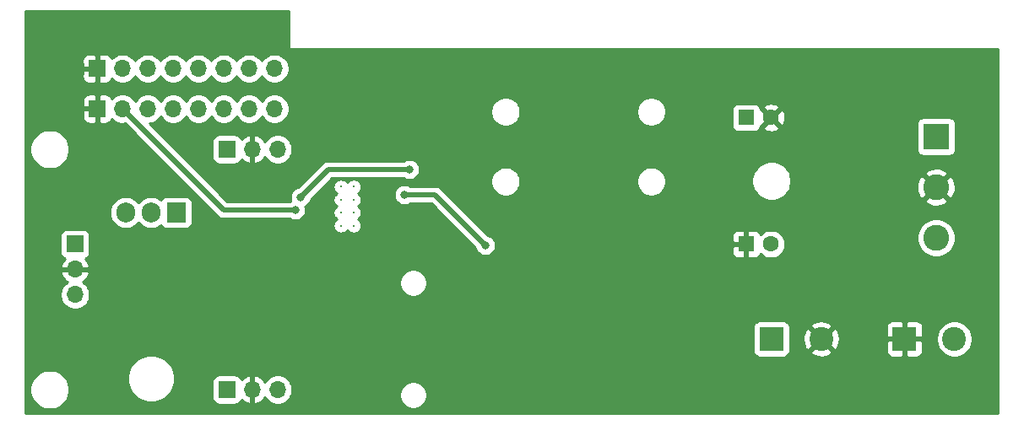
<source format=gbr>
%TF.GenerationSoftware,KiCad,Pcbnew,(5.1.6)-1*%
%TF.CreationDate,2020-10-30T20:37:25-07:00*%
%TF.ProjectId,highvoltagedriver,68696768-766f-46c7-9461-676564726976,rev?*%
%TF.SameCoordinates,Original*%
%TF.FileFunction,Copper,L2,Bot*%
%TF.FilePolarity,Positive*%
%FSLAX46Y46*%
G04 Gerber Fmt 4.6, Leading zero omitted, Abs format (unit mm)*
G04 Created by KiCad (PCBNEW (5.1.6)-1) date 2020-10-30 20:37:25*
%MOMM*%
%LPD*%
G01*
G04 APERTURE LIST*
%TA.AperFunction,ComponentPad*%
%ADD10C,0.300000*%
%TD*%
%TA.AperFunction,ComponentPad*%
%ADD11O,1.700000X1.700000*%
%TD*%
%TA.AperFunction,ComponentPad*%
%ADD12R,1.700000X1.700000*%
%TD*%
%TA.AperFunction,ComponentPad*%
%ADD13C,2.400000*%
%TD*%
%TA.AperFunction,ComponentPad*%
%ADD14R,2.400000X2.400000*%
%TD*%
%TA.AperFunction,ComponentPad*%
%ADD15O,1.905000X2.000000*%
%TD*%
%TA.AperFunction,ComponentPad*%
%ADD16R,1.905000X2.000000*%
%TD*%
%TA.AperFunction,ComponentPad*%
%ADD17C,2.600000*%
%TD*%
%TA.AperFunction,ComponentPad*%
%ADD18R,2.600000X2.600000*%
%TD*%
%TA.AperFunction,ComponentPad*%
%ADD19C,1.600000*%
%TD*%
%TA.AperFunction,ComponentPad*%
%ADD20R,1.600000X1.600000*%
%TD*%
%TA.AperFunction,ViaPad*%
%ADD21C,0.800000*%
%TD*%
%TA.AperFunction,Conductor*%
%ADD22C,0.500000*%
%TD*%
%TA.AperFunction,Conductor*%
%ADD23C,0.254000*%
%TD*%
G04 APERTURE END LIST*
D10*
%TO.P,U1,17*%
%TO.N,N/C*%
X148605000Y-99105000D03*
%TO.P,U1,16*%
X147305000Y-99105000D03*
%TO.P,U1,15*%
X148605000Y-97805000D03*
%TO.P,U1,14*%
X147305000Y-97805000D03*
%TO.P,U1,13*%
X148605000Y-96505000D03*
%TO.P,U1,12*%
X147305000Y-96505000D03*
%TO.P,U1,11*%
X148605000Y-95205000D03*
%TO.P,U1,10*%
X147305000Y-95205000D03*
%TD*%
D11*
%TO.P,J7,8*%
%TO.N,Net-(J6-Pad8)*%
X140652500Y-87376000D03*
%TO.P,J7,7*%
%TO.N,Net-(J6-Pad7)*%
X138112500Y-87376000D03*
%TO.P,J7,6*%
%TO.N,Net-(J6-Pad6)*%
X135572500Y-87376000D03*
%TO.P,J7,5*%
%TO.N,/DACBIAS*%
X133032500Y-87376000D03*
%TO.P,J7,4*%
%TO.N,/HVN*%
X130492500Y-87376000D03*
%TO.P,J7,3*%
%TO.N,/HVP*%
X127952500Y-87376000D03*
%TO.P,J7,2*%
%TO.N,/biasamp/BIAS*%
X125412500Y-87376000D03*
D12*
%TO.P,J7,1*%
%TO.N,GND*%
X122872500Y-87376000D03*
%TD*%
D11*
%TO.P,J6,8*%
%TO.N,Net-(J6-Pad8)*%
X140647420Y-83332320D03*
%TO.P,J6,7*%
%TO.N,Net-(J6-Pad7)*%
X138107420Y-83332320D03*
%TO.P,J6,6*%
%TO.N,Net-(J6-Pad6)*%
X135567420Y-83332320D03*
%TO.P,J6,5*%
%TO.N,/DACBIAS*%
X133027420Y-83332320D03*
%TO.P,J6,4*%
%TO.N,/HVN*%
X130487420Y-83332320D03*
%TO.P,J6,3*%
%TO.N,/HVP*%
X127947420Y-83332320D03*
%TO.P,J6,2*%
%TO.N,/biasamp/BIAS*%
X125407420Y-83332320D03*
D12*
%TO.P,J6,1*%
%TO.N,GND*%
X122867420Y-83332320D03*
%TD*%
D13*
%TO.P,CP2,2*%
%TO.N,GND*%
X195500000Y-110490000D03*
D14*
%TO.P,CP2,1*%
%TO.N,Net-(C3-Pad1)*%
X190500000Y-110490000D03*
%TD*%
D13*
%TO.P,CP1,2*%
%TO.N,/hvpower/negreg/VNEG*%
X208835000Y-110490000D03*
D14*
%TO.P,CP1,1*%
%TO.N,GND*%
X203835000Y-110490000D03*
%TD*%
D11*
%TO.P,J5,3*%
%TO.N,/HVN*%
X120650000Y-106045000D03*
%TO.P,J5,2*%
%TO.N,GND*%
X120650000Y-103505000D03*
D12*
%TO.P,J5,1*%
%TO.N,/HVP*%
X120650000Y-100965000D03*
%TD*%
D15*
%TO.P,Q1,3*%
%TO.N,/HVN*%
X125730000Y-97790000D03*
%TO.P,Q1,2*%
%TO.N,/hvpower/negreg/VNEG*%
X128270000Y-97790000D03*
D16*
%TO.P,Q1,1*%
%TO.N,Net-(D5-Pad2)*%
X130810000Y-97790000D03*
%TD*%
D17*
%TO.P,J3,3*%
%TO.N,Net-(D2-Pad1)*%
X207010000Y-100330000D03*
%TO.P,J3,2*%
%TO.N,GND*%
X207010000Y-95250000D03*
D18*
%TO.P,J3,1*%
%TO.N,Net-(D1-Pad1)*%
X207010000Y-90170000D03*
%TD*%
D11*
%TO.P,J2,3*%
%TO.N,/HVN*%
X140970000Y-115570000D03*
%TO.P,J2,2*%
%TO.N,GND*%
X138430000Y-115570000D03*
D12*
%TO.P,J2,1*%
%TO.N,/HVP*%
X135890000Y-115570000D03*
%TD*%
D11*
%TO.P,J1,3*%
%TO.N,/HVN*%
X140970000Y-91440000D03*
%TO.P,J1,2*%
%TO.N,GND*%
X138430000Y-91440000D03*
D12*
%TO.P,J1,1*%
%TO.N,/HVP*%
X135890000Y-91440000D03*
%TD*%
D19*
%TO.P,C4,2*%
%TO.N,GND*%
X190460000Y-88265000D03*
D20*
%TO.P,C4,1*%
%TO.N,/HVP*%
X187960000Y-88265000D03*
%TD*%
D19*
%TO.P,C2,2*%
%TO.N,/HVN*%
X190460000Y-100965000D03*
D20*
%TO.P,C2,1*%
%TO.N,GND*%
X187960000Y-100965000D03*
%TD*%
D21*
%TO.N,GND*%
X195580000Y-92964000D03*
X199390000Y-96266000D03*
X174752000Y-84582000D03*
X160274000Y-84328000D03*
X149352000Y-110490000D03*
X139700000Y-106426000D03*
X125222000Y-94742000D03*
%TO.N,/HVP*%
X161798000Y-101092000D03*
X153670000Y-96012000D03*
%TO.N,Net-(C7-Pad2)*%
X154178000Y-93472000D03*
X143256000Y-96266000D03*
%TO.N,/biasamp/BIAS*%
X142748000Y-97536000D03*
%TD*%
D22*
%TO.N,GND*%
X195580000Y-92964000D02*
X195580000Y-93726000D01*
%TO.N,/HVP*%
X161798000Y-101092000D02*
X156718000Y-96012000D01*
X156718000Y-96012000D02*
X153670000Y-96012000D01*
%TO.N,Net-(C7-Pad2)*%
X146050000Y-93472000D02*
X154178000Y-93472000D01*
X143256000Y-96266000D02*
X146050000Y-93472000D01*
%TO.N,/biasamp/BIAS*%
X135572500Y-97536000D02*
X125412500Y-87376000D01*
X142748000Y-97536000D02*
X135572500Y-97536000D01*
%TD*%
D23*
%TO.N,GND*%
G36*
X142113000Y-81280000D02*
G01*
X142115440Y-81304776D01*
X142122667Y-81328601D01*
X142134403Y-81350557D01*
X142150197Y-81369803D01*
X142169443Y-81385597D01*
X142191399Y-81397333D01*
X142215224Y-81404560D01*
X142240000Y-81407000D01*
X213233000Y-81407000D01*
X213233000Y-117983000D01*
X115697000Y-117983000D01*
X115697000Y-115374495D01*
X116125000Y-115374495D01*
X116125000Y-115765505D01*
X116201282Y-116149003D01*
X116350915Y-116510250D01*
X116568149Y-116835364D01*
X116844636Y-117111851D01*
X117169750Y-117329085D01*
X117530997Y-117478718D01*
X117914495Y-117555000D01*
X118305505Y-117555000D01*
X118689003Y-117478718D01*
X119050250Y-117329085D01*
X119375364Y-117111851D01*
X119651851Y-116835364D01*
X119869085Y-116510250D01*
X120018718Y-116149003D01*
X120095000Y-115765505D01*
X120095000Y-115374495D01*
X120018718Y-114990997D01*
X119869085Y-114629750D01*
X119651851Y-114304636D01*
X119562313Y-114215098D01*
X125885000Y-114215098D01*
X125885000Y-114684902D01*
X125976654Y-115145679D01*
X126156440Y-115579721D01*
X126417450Y-115970349D01*
X126749651Y-116302550D01*
X127140279Y-116563560D01*
X127574321Y-116743346D01*
X128035098Y-116835000D01*
X128504902Y-116835000D01*
X128965679Y-116743346D01*
X129399721Y-116563560D01*
X129790349Y-116302550D01*
X130122550Y-115970349D01*
X130383560Y-115579721D01*
X130563346Y-115145679D01*
X130648018Y-114720000D01*
X134401928Y-114720000D01*
X134401928Y-116420000D01*
X134414188Y-116544482D01*
X134450498Y-116664180D01*
X134509463Y-116774494D01*
X134588815Y-116871185D01*
X134685506Y-116950537D01*
X134795820Y-117009502D01*
X134915518Y-117045812D01*
X135040000Y-117058072D01*
X136740000Y-117058072D01*
X136864482Y-117045812D01*
X136984180Y-117009502D01*
X137094494Y-116950537D01*
X137191185Y-116871185D01*
X137270537Y-116774494D01*
X137329502Y-116664180D01*
X137353966Y-116583534D01*
X137429731Y-116667588D01*
X137663080Y-116841641D01*
X137925901Y-116966825D01*
X138073110Y-117011476D01*
X138303000Y-116890155D01*
X138303000Y-115697000D01*
X138283000Y-115697000D01*
X138283000Y-115443000D01*
X138303000Y-115443000D01*
X138303000Y-114249845D01*
X138557000Y-114249845D01*
X138557000Y-115443000D01*
X138577000Y-115443000D01*
X138577000Y-115697000D01*
X138557000Y-115697000D01*
X138557000Y-116890155D01*
X138786890Y-117011476D01*
X138934099Y-116966825D01*
X139196920Y-116841641D01*
X139430269Y-116667588D01*
X139625178Y-116451355D01*
X139694805Y-116334466D01*
X139816525Y-116516632D01*
X140023368Y-116723475D01*
X140266589Y-116885990D01*
X140536842Y-116997932D01*
X140823740Y-117055000D01*
X141116260Y-117055000D01*
X141403158Y-116997932D01*
X141673411Y-116885990D01*
X141916632Y-116723475D01*
X142123475Y-116516632D01*
X142285990Y-116273411D01*
X142397753Y-116003589D01*
X153170000Y-116003589D01*
X153170000Y-116276411D01*
X153223225Y-116543989D01*
X153327629Y-116796043D01*
X153479201Y-117022886D01*
X153672114Y-117215799D01*
X153898957Y-117367371D01*
X154151011Y-117471775D01*
X154418589Y-117525000D01*
X154691411Y-117525000D01*
X154958989Y-117471775D01*
X155211043Y-117367371D01*
X155437886Y-117215799D01*
X155630799Y-117022886D01*
X155782371Y-116796043D01*
X155886775Y-116543989D01*
X155940000Y-116276411D01*
X155940000Y-116003589D01*
X155886775Y-115736011D01*
X155782371Y-115483957D01*
X155630799Y-115257114D01*
X155437886Y-115064201D01*
X155211043Y-114912629D01*
X154958989Y-114808225D01*
X154691411Y-114755000D01*
X154418589Y-114755000D01*
X154151011Y-114808225D01*
X153898957Y-114912629D01*
X153672114Y-115064201D01*
X153479201Y-115257114D01*
X153327629Y-115483957D01*
X153223225Y-115736011D01*
X153170000Y-116003589D01*
X142397753Y-116003589D01*
X142397932Y-116003158D01*
X142455000Y-115716260D01*
X142455000Y-115423740D01*
X142397932Y-115136842D01*
X142285990Y-114866589D01*
X142123475Y-114623368D01*
X141916632Y-114416525D01*
X141673411Y-114254010D01*
X141403158Y-114142068D01*
X141116260Y-114085000D01*
X140823740Y-114085000D01*
X140536842Y-114142068D01*
X140266589Y-114254010D01*
X140023368Y-114416525D01*
X139816525Y-114623368D01*
X139694805Y-114805534D01*
X139625178Y-114688645D01*
X139430269Y-114472412D01*
X139196920Y-114298359D01*
X138934099Y-114173175D01*
X138786890Y-114128524D01*
X138557000Y-114249845D01*
X138303000Y-114249845D01*
X138073110Y-114128524D01*
X137925901Y-114173175D01*
X137663080Y-114298359D01*
X137429731Y-114472412D01*
X137353966Y-114556466D01*
X137329502Y-114475820D01*
X137270537Y-114365506D01*
X137191185Y-114268815D01*
X137094494Y-114189463D01*
X136984180Y-114130498D01*
X136864482Y-114094188D01*
X136740000Y-114081928D01*
X135040000Y-114081928D01*
X134915518Y-114094188D01*
X134795820Y-114130498D01*
X134685506Y-114189463D01*
X134588815Y-114268815D01*
X134509463Y-114365506D01*
X134450498Y-114475820D01*
X134414188Y-114595518D01*
X134401928Y-114720000D01*
X130648018Y-114720000D01*
X130655000Y-114684902D01*
X130655000Y-114215098D01*
X130563346Y-113754321D01*
X130383560Y-113320279D01*
X130122550Y-112929651D01*
X129790349Y-112597450D01*
X129399721Y-112336440D01*
X128965679Y-112156654D01*
X128504902Y-112065000D01*
X128035098Y-112065000D01*
X127574321Y-112156654D01*
X127140279Y-112336440D01*
X126749651Y-112597450D01*
X126417450Y-112929651D01*
X126156440Y-113320279D01*
X125976654Y-113754321D01*
X125885000Y-114215098D01*
X119562313Y-114215098D01*
X119375364Y-114028149D01*
X119050250Y-113810915D01*
X118689003Y-113661282D01*
X118305505Y-113585000D01*
X117914495Y-113585000D01*
X117530997Y-113661282D01*
X117169750Y-113810915D01*
X116844636Y-114028149D01*
X116568149Y-114304636D01*
X116350915Y-114629750D01*
X116201282Y-114990997D01*
X116125000Y-115374495D01*
X115697000Y-115374495D01*
X115697000Y-109290000D01*
X188661928Y-109290000D01*
X188661928Y-111690000D01*
X188674188Y-111814482D01*
X188710498Y-111934180D01*
X188769463Y-112044494D01*
X188848815Y-112141185D01*
X188945506Y-112220537D01*
X189055820Y-112279502D01*
X189175518Y-112315812D01*
X189300000Y-112328072D01*
X191700000Y-112328072D01*
X191824482Y-112315812D01*
X191944180Y-112279502D01*
X192054494Y-112220537D01*
X192151185Y-112141185D01*
X192230537Y-112044494D01*
X192289502Y-111934180D01*
X192325812Y-111814482D01*
X192330391Y-111767980D01*
X194401626Y-111767980D01*
X194521514Y-112052836D01*
X194845210Y-112213699D01*
X195194069Y-112308322D01*
X195554684Y-112333067D01*
X195913198Y-112286985D01*
X196255833Y-112171846D01*
X196478486Y-112052836D01*
X196598374Y-111767980D01*
X196520395Y-111690000D01*
X201996928Y-111690000D01*
X202009188Y-111814482D01*
X202045498Y-111934180D01*
X202104463Y-112044494D01*
X202183815Y-112141185D01*
X202280506Y-112220537D01*
X202390820Y-112279502D01*
X202510518Y-112315812D01*
X202635000Y-112328072D01*
X203549250Y-112325000D01*
X203708000Y-112166250D01*
X203708000Y-110617000D01*
X203962000Y-110617000D01*
X203962000Y-112166250D01*
X204120750Y-112325000D01*
X205035000Y-112328072D01*
X205159482Y-112315812D01*
X205279180Y-112279502D01*
X205389494Y-112220537D01*
X205486185Y-112141185D01*
X205565537Y-112044494D01*
X205624502Y-111934180D01*
X205660812Y-111814482D01*
X205673072Y-111690000D01*
X205670000Y-110775750D01*
X205511250Y-110617000D01*
X203962000Y-110617000D01*
X203708000Y-110617000D01*
X202158750Y-110617000D01*
X202000000Y-110775750D01*
X201996928Y-111690000D01*
X196520395Y-111690000D01*
X195500000Y-110669605D01*
X194401626Y-111767980D01*
X192330391Y-111767980D01*
X192338072Y-111690000D01*
X192338072Y-110544684D01*
X193656933Y-110544684D01*
X193703015Y-110903198D01*
X193818154Y-111245833D01*
X193937164Y-111468486D01*
X194222020Y-111588374D01*
X195320395Y-110490000D01*
X195679605Y-110490000D01*
X196777980Y-111588374D01*
X197062836Y-111468486D01*
X197223699Y-111144790D01*
X197318322Y-110795931D01*
X197343067Y-110435316D01*
X197296985Y-110076802D01*
X197181846Y-109734167D01*
X197062836Y-109511514D01*
X196777980Y-109391626D01*
X195679605Y-110490000D01*
X195320395Y-110490000D01*
X194222020Y-109391626D01*
X193937164Y-109511514D01*
X193776301Y-109835210D01*
X193681678Y-110184069D01*
X193656933Y-110544684D01*
X192338072Y-110544684D01*
X192338072Y-109290000D01*
X192330392Y-109212020D01*
X194401626Y-109212020D01*
X195500000Y-110310395D01*
X196520394Y-109290000D01*
X201996928Y-109290000D01*
X202000000Y-110204250D01*
X202158750Y-110363000D01*
X203708000Y-110363000D01*
X203708000Y-108813750D01*
X203962000Y-108813750D01*
X203962000Y-110363000D01*
X205511250Y-110363000D01*
X205564982Y-110309268D01*
X207000000Y-110309268D01*
X207000000Y-110670732D01*
X207070518Y-111025250D01*
X207208844Y-111359199D01*
X207409662Y-111659744D01*
X207665256Y-111915338D01*
X207965801Y-112116156D01*
X208299750Y-112254482D01*
X208654268Y-112325000D01*
X209015732Y-112325000D01*
X209370250Y-112254482D01*
X209704199Y-112116156D01*
X210004744Y-111915338D01*
X210260338Y-111659744D01*
X210461156Y-111359199D01*
X210599482Y-111025250D01*
X210670000Y-110670732D01*
X210670000Y-110309268D01*
X210599482Y-109954750D01*
X210461156Y-109620801D01*
X210260338Y-109320256D01*
X210004744Y-109064662D01*
X209704199Y-108863844D01*
X209370250Y-108725518D01*
X209015732Y-108655000D01*
X208654268Y-108655000D01*
X208299750Y-108725518D01*
X207965801Y-108863844D01*
X207665256Y-109064662D01*
X207409662Y-109320256D01*
X207208844Y-109620801D01*
X207070518Y-109954750D01*
X207000000Y-110309268D01*
X205564982Y-110309268D01*
X205670000Y-110204250D01*
X205673072Y-109290000D01*
X205660812Y-109165518D01*
X205624502Y-109045820D01*
X205565537Y-108935506D01*
X205486185Y-108838815D01*
X205389494Y-108759463D01*
X205279180Y-108700498D01*
X205159482Y-108664188D01*
X205035000Y-108651928D01*
X204120750Y-108655000D01*
X203962000Y-108813750D01*
X203708000Y-108813750D01*
X203549250Y-108655000D01*
X202635000Y-108651928D01*
X202510518Y-108664188D01*
X202390820Y-108700498D01*
X202280506Y-108759463D01*
X202183815Y-108838815D01*
X202104463Y-108935506D01*
X202045498Y-109045820D01*
X202009188Y-109165518D01*
X201996928Y-109290000D01*
X196520394Y-109290000D01*
X196598374Y-109212020D01*
X196478486Y-108927164D01*
X196154790Y-108766301D01*
X195805931Y-108671678D01*
X195445316Y-108646933D01*
X195086802Y-108693015D01*
X194744167Y-108808154D01*
X194521514Y-108927164D01*
X194401626Y-109212020D01*
X192330392Y-109212020D01*
X192325812Y-109165518D01*
X192289502Y-109045820D01*
X192230537Y-108935506D01*
X192151185Y-108838815D01*
X192054494Y-108759463D01*
X191944180Y-108700498D01*
X191824482Y-108664188D01*
X191700000Y-108651928D01*
X189300000Y-108651928D01*
X189175518Y-108664188D01*
X189055820Y-108700498D01*
X188945506Y-108759463D01*
X188848815Y-108838815D01*
X188769463Y-108935506D01*
X188710498Y-109045820D01*
X188674188Y-109165518D01*
X188661928Y-109290000D01*
X115697000Y-109290000D01*
X115697000Y-105898740D01*
X119165000Y-105898740D01*
X119165000Y-106191260D01*
X119222068Y-106478158D01*
X119334010Y-106748411D01*
X119496525Y-106991632D01*
X119703368Y-107198475D01*
X119946589Y-107360990D01*
X120216842Y-107472932D01*
X120503740Y-107530000D01*
X120796260Y-107530000D01*
X121083158Y-107472932D01*
X121353411Y-107360990D01*
X121596632Y-107198475D01*
X121803475Y-106991632D01*
X121965990Y-106748411D01*
X122077932Y-106478158D01*
X122135000Y-106191260D01*
X122135000Y-105898740D01*
X122077932Y-105611842D01*
X121965990Y-105341589D01*
X121803475Y-105098368D01*
X121596632Y-104891525D01*
X121414466Y-104769805D01*
X121525628Y-104703589D01*
X153170000Y-104703589D01*
X153170000Y-104976411D01*
X153223225Y-105243989D01*
X153327629Y-105496043D01*
X153479201Y-105722886D01*
X153672114Y-105915799D01*
X153898957Y-106067371D01*
X154151011Y-106171775D01*
X154418589Y-106225000D01*
X154691411Y-106225000D01*
X154958989Y-106171775D01*
X155211043Y-106067371D01*
X155437886Y-105915799D01*
X155630799Y-105722886D01*
X155782371Y-105496043D01*
X155886775Y-105243989D01*
X155940000Y-104976411D01*
X155940000Y-104703589D01*
X155886775Y-104436011D01*
X155782371Y-104183957D01*
X155630799Y-103957114D01*
X155437886Y-103764201D01*
X155211043Y-103612629D01*
X154958989Y-103508225D01*
X154691411Y-103455000D01*
X154418589Y-103455000D01*
X154151011Y-103508225D01*
X153898957Y-103612629D01*
X153672114Y-103764201D01*
X153479201Y-103957114D01*
X153327629Y-104183957D01*
X153223225Y-104436011D01*
X153170000Y-104703589D01*
X121525628Y-104703589D01*
X121531355Y-104700178D01*
X121747588Y-104505269D01*
X121921641Y-104271920D01*
X122046825Y-104009099D01*
X122091476Y-103861890D01*
X121970155Y-103632000D01*
X120777000Y-103632000D01*
X120777000Y-103652000D01*
X120523000Y-103652000D01*
X120523000Y-103632000D01*
X119329845Y-103632000D01*
X119208524Y-103861890D01*
X119253175Y-104009099D01*
X119378359Y-104271920D01*
X119552412Y-104505269D01*
X119768645Y-104700178D01*
X119885534Y-104769805D01*
X119703368Y-104891525D01*
X119496525Y-105098368D01*
X119334010Y-105341589D01*
X119222068Y-105611842D01*
X119165000Y-105898740D01*
X115697000Y-105898740D01*
X115697000Y-100115000D01*
X119161928Y-100115000D01*
X119161928Y-101815000D01*
X119174188Y-101939482D01*
X119210498Y-102059180D01*
X119269463Y-102169494D01*
X119348815Y-102266185D01*
X119445506Y-102345537D01*
X119555820Y-102404502D01*
X119636466Y-102428966D01*
X119552412Y-102504731D01*
X119378359Y-102738080D01*
X119253175Y-103000901D01*
X119208524Y-103148110D01*
X119329845Y-103378000D01*
X120523000Y-103378000D01*
X120523000Y-103358000D01*
X120777000Y-103358000D01*
X120777000Y-103378000D01*
X121970155Y-103378000D01*
X122091476Y-103148110D01*
X122046825Y-103000901D01*
X121921641Y-102738080D01*
X121747588Y-102504731D01*
X121663534Y-102428966D01*
X121744180Y-102404502D01*
X121854494Y-102345537D01*
X121951185Y-102266185D01*
X122030537Y-102169494D01*
X122089502Y-102059180D01*
X122125812Y-101939482D01*
X122138072Y-101815000D01*
X122138072Y-100115000D01*
X122125812Y-99990518D01*
X122089502Y-99870820D01*
X122030537Y-99760506D01*
X121951185Y-99663815D01*
X121854494Y-99584463D01*
X121744180Y-99525498D01*
X121624482Y-99489188D01*
X121500000Y-99476928D01*
X119800000Y-99476928D01*
X119675518Y-99489188D01*
X119555820Y-99525498D01*
X119445506Y-99584463D01*
X119348815Y-99663815D01*
X119269463Y-99760506D01*
X119210498Y-99870820D01*
X119174188Y-99990518D01*
X119161928Y-100115000D01*
X115697000Y-100115000D01*
X115697000Y-97664514D01*
X124142500Y-97664514D01*
X124142500Y-97915485D01*
X124165470Y-98148703D01*
X124256245Y-98447948D01*
X124403655Y-98723734D01*
X124602037Y-98965463D01*
X124843765Y-99163845D01*
X125119551Y-99311255D01*
X125418796Y-99402030D01*
X125730000Y-99432681D01*
X126041203Y-99402030D01*
X126340448Y-99311255D01*
X126616234Y-99163845D01*
X126857963Y-98965463D01*
X127000000Y-98792391D01*
X127142037Y-98965463D01*
X127383765Y-99163845D01*
X127659551Y-99311255D01*
X127958796Y-99402030D01*
X128270000Y-99432681D01*
X128581203Y-99402030D01*
X128880448Y-99311255D01*
X129156234Y-99163845D01*
X129282095Y-99060553D01*
X129326963Y-99144494D01*
X129406315Y-99241185D01*
X129503006Y-99320537D01*
X129613320Y-99379502D01*
X129733018Y-99415812D01*
X129857500Y-99428072D01*
X131762500Y-99428072D01*
X131886982Y-99415812D01*
X132006680Y-99379502D01*
X132116994Y-99320537D01*
X132213685Y-99241185D01*
X132293037Y-99144494D01*
X132352002Y-99034180D01*
X132388312Y-98914482D01*
X132400572Y-98790000D01*
X132400572Y-96790000D01*
X132388312Y-96665518D01*
X132352002Y-96545820D01*
X132293037Y-96435506D01*
X132213685Y-96338815D01*
X132116994Y-96259463D01*
X132006680Y-96200498D01*
X131886982Y-96164188D01*
X131762500Y-96151928D01*
X129857500Y-96151928D01*
X129733018Y-96164188D01*
X129613320Y-96200498D01*
X129503006Y-96259463D01*
X129406315Y-96338815D01*
X129326963Y-96435506D01*
X129282095Y-96519446D01*
X129156235Y-96416155D01*
X128880449Y-96268745D01*
X128581204Y-96177970D01*
X128270000Y-96147319D01*
X127958797Y-96177970D01*
X127659552Y-96268745D01*
X127383766Y-96416155D01*
X127142037Y-96614537D01*
X127000000Y-96787609D01*
X126857963Y-96614537D01*
X126616235Y-96416155D01*
X126340449Y-96268745D01*
X126041204Y-96177970D01*
X125730000Y-96147319D01*
X125418797Y-96177970D01*
X125119552Y-96268745D01*
X124843766Y-96416155D01*
X124602037Y-96614537D01*
X124403655Y-96856265D01*
X124256245Y-97132051D01*
X124165470Y-97431296D01*
X124142500Y-97664514D01*
X115697000Y-97664514D01*
X115697000Y-91244495D01*
X116125000Y-91244495D01*
X116125000Y-91635505D01*
X116201282Y-92019003D01*
X116350915Y-92380250D01*
X116568149Y-92705364D01*
X116844636Y-92981851D01*
X117169750Y-93199085D01*
X117530997Y-93348718D01*
X117914495Y-93425000D01*
X118305505Y-93425000D01*
X118689003Y-93348718D01*
X119050250Y-93199085D01*
X119375364Y-92981851D01*
X119651851Y-92705364D01*
X119869085Y-92380250D01*
X120018718Y-92019003D01*
X120095000Y-91635505D01*
X120095000Y-91244495D01*
X120018718Y-90860997D01*
X119869085Y-90499750D01*
X119651851Y-90174636D01*
X119375364Y-89898149D01*
X119050250Y-89680915D01*
X118689003Y-89531282D01*
X118305505Y-89455000D01*
X117914495Y-89455000D01*
X117530997Y-89531282D01*
X117169750Y-89680915D01*
X116844636Y-89898149D01*
X116568149Y-90174636D01*
X116350915Y-90499750D01*
X116201282Y-90860997D01*
X116125000Y-91244495D01*
X115697000Y-91244495D01*
X115697000Y-88226000D01*
X121384428Y-88226000D01*
X121396688Y-88350482D01*
X121432998Y-88470180D01*
X121491963Y-88580494D01*
X121571315Y-88677185D01*
X121668006Y-88756537D01*
X121778320Y-88815502D01*
X121898018Y-88851812D01*
X122022500Y-88864072D01*
X122586750Y-88861000D01*
X122745500Y-88702250D01*
X122745500Y-87503000D01*
X121546250Y-87503000D01*
X121387500Y-87661750D01*
X121384428Y-88226000D01*
X115697000Y-88226000D01*
X115697000Y-86526000D01*
X121384428Y-86526000D01*
X121387500Y-87090250D01*
X121546250Y-87249000D01*
X122745500Y-87249000D01*
X122745500Y-86049750D01*
X122999500Y-86049750D01*
X122999500Y-87249000D01*
X123019500Y-87249000D01*
X123019500Y-87503000D01*
X122999500Y-87503000D01*
X122999500Y-88702250D01*
X123158250Y-88861000D01*
X123722500Y-88864072D01*
X123846982Y-88851812D01*
X123966680Y-88815502D01*
X124076994Y-88756537D01*
X124173685Y-88677185D01*
X124253037Y-88580494D01*
X124312002Y-88470180D01*
X124334013Y-88397620D01*
X124465868Y-88529475D01*
X124709089Y-88691990D01*
X124979342Y-88803932D01*
X125266240Y-88861000D01*
X125558760Y-88861000D01*
X125631461Y-88846539D01*
X134915970Y-98131049D01*
X134943683Y-98164817D01*
X134977451Y-98192530D01*
X134977453Y-98192532D01*
X135078441Y-98275411D01*
X135232187Y-98357589D01*
X135399010Y-98408195D01*
X135529023Y-98421000D01*
X135529031Y-98421000D01*
X135572500Y-98425281D01*
X135615969Y-98421000D01*
X142209546Y-98421000D01*
X142257744Y-98453205D01*
X142446102Y-98531226D01*
X142646061Y-98571000D01*
X142849939Y-98571000D01*
X143049898Y-98531226D01*
X143238256Y-98453205D01*
X143407774Y-98339937D01*
X143551937Y-98195774D01*
X143665205Y-98026256D01*
X143743226Y-97837898D01*
X143783000Y-97637939D01*
X143783000Y-97434061D01*
X143743226Y-97234102D01*
X143725675Y-97191730D01*
X143746256Y-97183205D01*
X143915774Y-97069937D01*
X144059937Y-96925774D01*
X144173205Y-96756256D01*
X144251226Y-96567898D01*
X144262535Y-96511043D01*
X145645894Y-95127684D01*
X146520000Y-95127684D01*
X146520000Y-95282316D01*
X146550167Y-95433976D01*
X146609342Y-95576837D01*
X146695251Y-95705408D01*
X146804592Y-95814749D01*
X146864831Y-95855000D01*
X146804592Y-95895251D01*
X146695251Y-96004592D01*
X146609342Y-96133163D01*
X146550167Y-96276024D01*
X146520000Y-96427684D01*
X146520000Y-96582316D01*
X146550167Y-96733976D01*
X146609342Y-96876837D01*
X146695251Y-97005408D01*
X146804592Y-97114749D01*
X146864831Y-97155000D01*
X146804592Y-97195251D01*
X146695251Y-97304592D01*
X146609342Y-97433163D01*
X146550167Y-97576024D01*
X146520000Y-97727684D01*
X146520000Y-97882316D01*
X146550167Y-98033976D01*
X146609342Y-98176837D01*
X146695251Y-98305408D01*
X146804592Y-98414749D01*
X146864831Y-98455000D01*
X146804592Y-98495251D01*
X146695251Y-98604592D01*
X146609342Y-98733163D01*
X146550167Y-98876024D01*
X146520000Y-99027684D01*
X146520000Y-99182316D01*
X146550167Y-99333976D01*
X146609342Y-99476837D01*
X146695251Y-99605408D01*
X146804592Y-99714749D01*
X146933163Y-99800658D01*
X147076024Y-99859833D01*
X147227684Y-99890000D01*
X147382316Y-99890000D01*
X147533976Y-99859833D01*
X147676837Y-99800658D01*
X147805408Y-99714749D01*
X147914749Y-99605408D01*
X147955000Y-99545169D01*
X147995251Y-99605408D01*
X148104592Y-99714749D01*
X148233163Y-99800658D01*
X148376024Y-99859833D01*
X148527684Y-99890000D01*
X148682316Y-99890000D01*
X148833976Y-99859833D01*
X148976837Y-99800658D01*
X149105408Y-99714749D01*
X149214749Y-99605408D01*
X149300658Y-99476837D01*
X149359833Y-99333976D01*
X149390000Y-99182316D01*
X149390000Y-99027684D01*
X149359833Y-98876024D01*
X149300658Y-98733163D01*
X149214749Y-98604592D01*
X149105408Y-98495251D01*
X149045169Y-98455000D01*
X149105408Y-98414749D01*
X149214749Y-98305408D01*
X149300658Y-98176837D01*
X149359833Y-98033976D01*
X149390000Y-97882316D01*
X149390000Y-97727684D01*
X149359833Y-97576024D01*
X149300658Y-97433163D01*
X149214749Y-97304592D01*
X149105408Y-97195251D01*
X149045169Y-97155000D01*
X149105408Y-97114749D01*
X149214749Y-97005408D01*
X149300658Y-96876837D01*
X149359833Y-96733976D01*
X149390000Y-96582316D01*
X149390000Y-96427684D01*
X149359833Y-96276024D01*
X149300658Y-96133163D01*
X149214749Y-96004592D01*
X149120218Y-95910061D01*
X152635000Y-95910061D01*
X152635000Y-96113939D01*
X152674774Y-96313898D01*
X152752795Y-96502256D01*
X152866063Y-96671774D01*
X153010226Y-96815937D01*
X153179744Y-96929205D01*
X153368102Y-97007226D01*
X153568061Y-97047000D01*
X153771939Y-97047000D01*
X153971898Y-97007226D01*
X154160256Y-96929205D01*
X154208454Y-96897000D01*
X156351422Y-96897000D01*
X160791465Y-101337044D01*
X160802774Y-101393898D01*
X160880795Y-101582256D01*
X160994063Y-101751774D01*
X161138226Y-101895937D01*
X161307744Y-102009205D01*
X161496102Y-102087226D01*
X161696061Y-102127000D01*
X161899939Y-102127000D01*
X162099898Y-102087226D01*
X162288256Y-102009205D01*
X162457774Y-101895937D01*
X162588711Y-101765000D01*
X186521928Y-101765000D01*
X186534188Y-101889482D01*
X186570498Y-102009180D01*
X186629463Y-102119494D01*
X186708815Y-102216185D01*
X186805506Y-102295537D01*
X186915820Y-102354502D01*
X187035518Y-102390812D01*
X187160000Y-102403072D01*
X187674250Y-102400000D01*
X187833000Y-102241250D01*
X187833000Y-101092000D01*
X186683750Y-101092000D01*
X186525000Y-101250750D01*
X186521928Y-101765000D01*
X162588711Y-101765000D01*
X162601937Y-101751774D01*
X162715205Y-101582256D01*
X162793226Y-101393898D01*
X162833000Y-101193939D01*
X162833000Y-100990061D01*
X162793226Y-100790102D01*
X162715205Y-100601744D01*
X162601937Y-100432226D01*
X162457774Y-100288063D01*
X162288256Y-100174795D01*
X162264609Y-100165000D01*
X186521928Y-100165000D01*
X186525000Y-100679250D01*
X186683750Y-100838000D01*
X187833000Y-100838000D01*
X187833000Y-99688750D01*
X188087000Y-99688750D01*
X188087000Y-100838000D01*
X188107000Y-100838000D01*
X188107000Y-101092000D01*
X188087000Y-101092000D01*
X188087000Y-102241250D01*
X188245750Y-102400000D01*
X188760000Y-102403072D01*
X188884482Y-102390812D01*
X189004180Y-102354502D01*
X189114494Y-102295537D01*
X189211185Y-102216185D01*
X189290537Y-102119494D01*
X189349502Y-102009180D01*
X189378661Y-101913057D01*
X189545241Y-102079637D01*
X189780273Y-102236680D01*
X190041426Y-102344853D01*
X190318665Y-102400000D01*
X190601335Y-102400000D01*
X190878574Y-102344853D01*
X191139727Y-102236680D01*
X191374759Y-102079637D01*
X191574637Y-101879759D01*
X191731680Y-101644727D01*
X191839853Y-101383574D01*
X191895000Y-101106335D01*
X191895000Y-100823665D01*
X191839853Y-100546426D01*
X191731680Y-100285273D01*
X191634224Y-100139419D01*
X205075000Y-100139419D01*
X205075000Y-100520581D01*
X205149361Y-100894419D01*
X205295225Y-101246566D01*
X205506987Y-101563491D01*
X205776509Y-101833013D01*
X206093434Y-102044775D01*
X206445581Y-102190639D01*
X206819419Y-102265000D01*
X207200581Y-102265000D01*
X207574419Y-102190639D01*
X207926566Y-102044775D01*
X208243491Y-101833013D01*
X208513013Y-101563491D01*
X208724775Y-101246566D01*
X208870639Y-100894419D01*
X208945000Y-100520581D01*
X208945000Y-100139419D01*
X208870639Y-99765581D01*
X208724775Y-99413434D01*
X208513013Y-99096509D01*
X208243491Y-98826987D01*
X207926566Y-98615225D01*
X207574419Y-98469361D01*
X207200581Y-98395000D01*
X206819419Y-98395000D01*
X206445581Y-98469361D01*
X206093434Y-98615225D01*
X205776509Y-98826987D01*
X205506987Y-99096509D01*
X205295225Y-99413434D01*
X205149361Y-99765581D01*
X205075000Y-100139419D01*
X191634224Y-100139419D01*
X191574637Y-100050241D01*
X191374759Y-99850363D01*
X191139727Y-99693320D01*
X190878574Y-99585147D01*
X190601335Y-99530000D01*
X190318665Y-99530000D01*
X190041426Y-99585147D01*
X189780273Y-99693320D01*
X189545241Y-99850363D01*
X189378661Y-100016943D01*
X189349502Y-99920820D01*
X189290537Y-99810506D01*
X189211185Y-99713815D01*
X189114494Y-99634463D01*
X189004180Y-99575498D01*
X188884482Y-99539188D01*
X188760000Y-99526928D01*
X188245750Y-99530000D01*
X188087000Y-99688750D01*
X187833000Y-99688750D01*
X187674250Y-99530000D01*
X187160000Y-99526928D01*
X187035518Y-99539188D01*
X186915820Y-99575498D01*
X186805506Y-99634463D01*
X186708815Y-99713815D01*
X186629463Y-99810506D01*
X186570498Y-99920820D01*
X186534188Y-100040518D01*
X186521928Y-100165000D01*
X162264609Y-100165000D01*
X162099898Y-100096774D01*
X162043044Y-100085465D01*
X157374534Y-95416956D01*
X157346817Y-95383183D01*
X157212059Y-95272589D01*
X157058313Y-95190411D01*
X156891490Y-95139805D01*
X156761477Y-95127000D01*
X156761469Y-95127000D01*
X156718000Y-95122719D01*
X156674531Y-95127000D01*
X154208454Y-95127000D01*
X154160256Y-95094795D01*
X153971898Y-95016774D01*
X153771939Y-94977000D01*
X153568061Y-94977000D01*
X153368102Y-95016774D01*
X153179744Y-95094795D01*
X153010226Y-95208063D01*
X152866063Y-95352226D01*
X152752795Y-95521744D01*
X152674774Y-95710102D01*
X152635000Y-95910061D01*
X149120218Y-95910061D01*
X149105408Y-95895251D01*
X149045169Y-95855000D01*
X149105408Y-95814749D01*
X149214749Y-95705408D01*
X149300658Y-95576837D01*
X149359833Y-95433976D01*
X149390000Y-95282316D01*
X149390000Y-95127684D01*
X149359833Y-94976024D01*
X149300658Y-94833163D01*
X149214749Y-94704592D01*
X149105408Y-94595251D01*
X148998385Y-94523740D01*
X162345000Y-94523740D01*
X162345000Y-94816260D01*
X162402068Y-95103158D01*
X162514010Y-95373411D01*
X162676525Y-95616632D01*
X162883368Y-95823475D01*
X163126589Y-95985990D01*
X163396842Y-96097932D01*
X163683740Y-96155000D01*
X163976260Y-96155000D01*
X164263158Y-96097932D01*
X164533411Y-95985990D01*
X164776632Y-95823475D01*
X164983475Y-95616632D01*
X165145990Y-95373411D01*
X165257932Y-95103158D01*
X165315000Y-94816260D01*
X165315000Y-94523740D01*
X176950000Y-94523740D01*
X176950000Y-94816260D01*
X177007068Y-95103158D01*
X177119010Y-95373411D01*
X177281525Y-95616632D01*
X177488368Y-95823475D01*
X177731589Y-95985990D01*
X178001842Y-96097932D01*
X178288740Y-96155000D01*
X178581260Y-96155000D01*
X178868158Y-96097932D01*
X179138411Y-95985990D01*
X179381632Y-95823475D01*
X179588475Y-95616632D01*
X179750990Y-95373411D01*
X179862932Y-95103158D01*
X179920000Y-94816260D01*
X179920000Y-94523740D01*
X179899265Y-94419495D01*
X188515000Y-94419495D01*
X188515000Y-94810505D01*
X188591282Y-95194003D01*
X188740915Y-95555250D01*
X188958149Y-95880364D01*
X189234636Y-96156851D01*
X189559750Y-96374085D01*
X189920997Y-96523718D01*
X190304495Y-96600000D01*
X190695505Y-96600000D01*
X190699406Y-96599224D01*
X205840381Y-96599224D01*
X205972317Y-96894312D01*
X206313045Y-97065159D01*
X206680557Y-97166250D01*
X207060729Y-97193701D01*
X207438951Y-97146457D01*
X207800690Y-97026333D01*
X208047683Y-96894312D01*
X208179619Y-96599224D01*
X207010000Y-95429605D01*
X205840381Y-96599224D01*
X190699406Y-96599224D01*
X191079003Y-96523718D01*
X191440250Y-96374085D01*
X191765364Y-96156851D01*
X192041851Y-95880364D01*
X192259085Y-95555250D01*
X192364510Y-95300729D01*
X205066299Y-95300729D01*
X205113543Y-95678951D01*
X205233667Y-96040690D01*
X205365688Y-96287683D01*
X205660776Y-96419619D01*
X206830395Y-95250000D01*
X207189605Y-95250000D01*
X208359224Y-96419619D01*
X208654312Y-96287683D01*
X208825159Y-95946955D01*
X208926250Y-95579443D01*
X208953701Y-95199271D01*
X208906457Y-94821049D01*
X208786333Y-94459310D01*
X208654312Y-94212317D01*
X208359224Y-94080381D01*
X207189605Y-95250000D01*
X206830395Y-95250000D01*
X205660776Y-94080381D01*
X205365688Y-94212317D01*
X205194841Y-94553045D01*
X205093750Y-94920557D01*
X205066299Y-95300729D01*
X192364510Y-95300729D01*
X192408718Y-95194003D01*
X192485000Y-94810505D01*
X192485000Y-94419495D01*
X192408718Y-94035997D01*
X192352708Y-93900776D01*
X205840381Y-93900776D01*
X207010000Y-95070395D01*
X208179619Y-93900776D01*
X208047683Y-93605688D01*
X207706955Y-93434841D01*
X207339443Y-93333750D01*
X206959271Y-93306299D01*
X206581049Y-93353543D01*
X206219310Y-93473667D01*
X205972317Y-93605688D01*
X205840381Y-93900776D01*
X192352708Y-93900776D01*
X192259085Y-93674750D01*
X192041851Y-93349636D01*
X191765364Y-93073149D01*
X191440250Y-92855915D01*
X191079003Y-92706282D01*
X190695505Y-92630000D01*
X190304495Y-92630000D01*
X189920997Y-92706282D01*
X189559750Y-92855915D01*
X189234636Y-93073149D01*
X188958149Y-93349636D01*
X188740915Y-93674750D01*
X188591282Y-94035997D01*
X188515000Y-94419495D01*
X179899265Y-94419495D01*
X179862932Y-94236842D01*
X179750990Y-93966589D01*
X179588475Y-93723368D01*
X179381632Y-93516525D01*
X179138411Y-93354010D01*
X178868158Y-93242068D01*
X178581260Y-93185000D01*
X178288740Y-93185000D01*
X178001842Y-93242068D01*
X177731589Y-93354010D01*
X177488368Y-93516525D01*
X177281525Y-93723368D01*
X177119010Y-93966589D01*
X177007068Y-94236842D01*
X176950000Y-94523740D01*
X165315000Y-94523740D01*
X165257932Y-94236842D01*
X165145990Y-93966589D01*
X164983475Y-93723368D01*
X164776632Y-93516525D01*
X164533411Y-93354010D01*
X164263158Y-93242068D01*
X163976260Y-93185000D01*
X163683740Y-93185000D01*
X163396842Y-93242068D01*
X163126589Y-93354010D01*
X162883368Y-93516525D01*
X162676525Y-93723368D01*
X162514010Y-93966589D01*
X162402068Y-94236842D01*
X162345000Y-94523740D01*
X148998385Y-94523740D01*
X148976837Y-94509342D01*
X148833976Y-94450167D01*
X148682316Y-94420000D01*
X148527684Y-94420000D01*
X148376024Y-94450167D01*
X148233163Y-94509342D01*
X148104592Y-94595251D01*
X147995251Y-94704592D01*
X147955000Y-94764831D01*
X147914749Y-94704592D01*
X147805408Y-94595251D01*
X147676837Y-94509342D01*
X147533976Y-94450167D01*
X147382316Y-94420000D01*
X147227684Y-94420000D01*
X147076024Y-94450167D01*
X146933163Y-94509342D01*
X146804592Y-94595251D01*
X146695251Y-94704592D01*
X146609342Y-94833163D01*
X146550167Y-94976024D01*
X146520000Y-95127684D01*
X145645894Y-95127684D01*
X146416579Y-94357000D01*
X153639546Y-94357000D01*
X153687744Y-94389205D01*
X153876102Y-94467226D01*
X154076061Y-94507000D01*
X154279939Y-94507000D01*
X154479898Y-94467226D01*
X154668256Y-94389205D01*
X154837774Y-94275937D01*
X154981937Y-94131774D01*
X155095205Y-93962256D01*
X155173226Y-93773898D01*
X155213000Y-93573939D01*
X155213000Y-93370061D01*
X155173226Y-93170102D01*
X155095205Y-92981744D01*
X154981937Y-92812226D01*
X154837774Y-92668063D01*
X154668256Y-92554795D01*
X154479898Y-92476774D01*
X154279939Y-92437000D01*
X154076061Y-92437000D01*
X153876102Y-92476774D01*
X153687744Y-92554795D01*
X153639546Y-92587000D01*
X146093469Y-92587000D01*
X146050000Y-92582719D01*
X146006531Y-92587000D01*
X146006523Y-92587000D01*
X145876510Y-92599805D01*
X145709686Y-92650411D01*
X145555941Y-92732589D01*
X145454953Y-92815468D01*
X145454951Y-92815470D01*
X145421183Y-92843183D01*
X145393470Y-92876951D01*
X143010957Y-95259465D01*
X142954102Y-95270774D01*
X142765744Y-95348795D01*
X142596226Y-95462063D01*
X142452063Y-95606226D01*
X142338795Y-95775744D01*
X142260774Y-95964102D01*
X142221000Y-96164061D01*
X142221000Y-96367939D01*
X142260774Y-96567898D01*
X142278325Y-96610270D01*
X142257744Y-96618795D01*
X142209546Y-96651000D01*
X135939079Y-96651000D01*
X129878079Y-90590000D01*
X134401928Y-90590000D01*
X134401928Y-92290000D01*
X134414188Y-92414482D01*
X134450498Y-92534180D01*
X134509463Y-92644494D01*
X134588815Y-92741185D01*
X134685506Y-92820537D01*
X134795820Y-92879502D01*
X134915518Y-92915812D01*
X135040000Y-92928072D01*
X136740000Y-92928072D01*
X136864482Y-92915812D01*
X136984180Y-92879502D01*
X137094494Y-92820537D01*
X137191185Y-92741185D01*
X137270537Y-92644494D01*
X137329502Y-92534180D01*
X137353966Y-92453534D01*
X137429731Y-92537588D01*
X137663080Y-92711641D01*
X137925901Y-92836825D01*
X138073110Y-92881476D01*
X138303000Y-92760155D01*
X138303000Y-91567000D01*
X138283000Y-91567000D01*
X138283000Y-91313000D01*
X138303000Y-91313000D01*
X138303000Y-90119845D01*
X138557000Y-90119845D01*
X138557000Y-91313000D01*
X138577000Y-91313000D01*
X138577000Y-91567000D01*
X138557000Y-91567000D01*
X138557000Y-92760155D01*
X138786890Y-92881476D01*
X138934099Y-92836825D01*
X139196920Y-92711641D01*
X139430269Y-92537588D01*
X139625178Y-92321355D01*
X139694805Y-92204466D01*
X139816525Y-92386632D01*
X140023368Y-92593475D01*
X140266589Y-92755990D01*
X140536842Y-92867932D01*
X140823740Y-92925000D01*
X141116260Y-92925000D01*
X141403158Y-92867932D01*
X141673411Y-92755990D01*
X141916632Y-92593475D01*
X142123475Y-92386632D01*
X142285990Y-92143411D01*
X142397932Y-91873158D01*
X142455000Y-91586260D01*
X142455000Y-91293740D01*
X142397932Y-91006842D01*
X142285990Y-90736589D01*
X142123475Y-90493368D01*
X141916632Y-90286525D01*
X141673411Y-90124010D01*
X141403158Y-90012068D01*
X141116260Y-89955000D01*
X140823740Y-89955000D01*
X140536842Y-90012068D01*
X140266589Y-90124010D01*
X140023368Y-90286525D01*
X139816525Y-90493368D01*
X139694805Y-90675534D01*
X139625178Y-90558645D01*
X139430269Y-90342412D01*
X139196920Y-90168359D01*
X138934099Y-90043175D01*
X138786890Y-89998524D01*
X138557000Y-90119845D01*
X138303000Y-90119845D01*
X138073110Y-89998524D01*
X137925901Y-90043175D01*
X137663080Y-90168359D01*
X137429731Y-90342412D01*
X137353966Y-90426466D01*
X137329502Y-90345820D01*
X137270537Y-90235506D01*
X137191185Y-90138815D01*
X137094494Y-90059463D01*
X136984180Y-90000498D01*
X136864482Y-89964188D01*
X136740000Y-89951928D01*
X135040000Y-89951928D01*
X134915518Y-89964188D01*
X134795820Y-90000498D01*
X134685506Y-90059463D01*
X134588815Y-90138815D01*
X134509463Y-90235506D01*
X134450498Y-90345820D01*
X134414188Y-90465518D01*
X134401928Y-90590000D01*
X129878079Y-90590000D01*
X128140730Y-88852652D01*
X128385658Y-88803932D01*
X128655911Y-88691990D01*
X128899132Y-88529475D01*
X129105975Y-88322632D01*
X129222500Y-88148240D01*
X129339025Y-88322632D01*
X129545868Y-88529475D01*
X129789089Y-88691990D01*
X130059342Y-88803932D01*
X130346240Y-88861000D01*
X130638760Y-88861000D01*
X130925658Y-88803932D01*
X131195911Y-88691990D01*
X131439132Y-88529475D01*
X131645975Y-88322632D01*
X131762500Y-88148240D01*
X131879025Y-88322632D01*
X132085868Y-88529475D01*
X132329089Y-88691990D01*
X132599342Y-88803932D01*
X132886240Y-88861000D01*
X133178760Y-88861000D01*
X133465658Y-88803932D01*
X133735911Y-88691990D01*
X133979132Y-88529475D01*
X134185975Y-88322632D01*
X134302500Y-88148240D01*
X134419025Y-88322632D01*
X134625868Y-88529475D01*
X134869089Y-88691990D01*
X135139342Y-88803932D01*
X135426240Y-88861000D01*
X135718760Y-88861000D01*
X136005658Y-88803932D01*
X136275911Y-88691990D01*
X136519132Y-88529475D01*
X136725975Y-88322632D01*
X136842500Y-88148240D01*
X136959025Y-88322632D01*
X137165868Y-88529475D01*
X137409089Y-88691990D01*
X137679342Y-88803932D01*
X137966240Y-88861000D01*
X138258760Y-88861000D01*
X138545658Y-88803932D01*
X138815911Y-88691990D01*
X139059132Y-88529475D01*
X139265975Y-88322632D01*
X139382500Y-88148240D01*
X139499025Y-88322632D01*
X139705868Y-88529475D01*
X139949089Y-88691990D01*
X140219342Y-88803932D01*
X140506240Y-88861000D01*
X140798760Y-88861000D01*
X141085658Y-88803932D01*
X141355911Y-88691990D01*
X141599132Y-88529475D01*
X141805975Y-88322632D01*
X141968490Y-88079411D01*
X142080432Y-87809158D01*
X142137205Y-87523740D01*
X162345000Y-87523740D01*
X162345000Y-87816260D01*
X162402068Y-88103158D01*
X162514010Y-88373411D01*
X162676525Y-88616632D01*
X162883368Y-88823475D01*
X163126589Y-88985990D01*
X163396842Y-89097932D01*
X163683740Y-89155000D01*
X163976260Y-89155000D01*
X164263158Y-89097932D01*
X164533411Y-88985990D01*
X164776632Y-88823475D01*
X164983475Y-88616632D01*
X165145990Y-88373411D01*
X165257932Y-88103158D01*
X165315000Y-87816260D01*
X165315000Y-87523740D01*
X176950000Y-87523740D01*
X176950000Y-87816260D01*
X177007068Y-88103158D01*
X177119010Y-88373411D01*
X177281525Y-88616632D01*
X177488368Y-88823475D01*
X177731589Y-88985990D01*
X178001842Y-89097932D01*
X178288740Y-89155000D01*
X178581260Y-89155000D01*
X178868158Y-89097932D01*
X179138411Y-88985990D01*
X179381632Y-88823475D01*
X179588475Y-88616632D01*
X179750990Y-88373411D01*
X179862932Y-88103158D01*
X179920000Y-87816260D01*
X179920000Y-87523740D01*
X179908316Y-87465000D01*
X186521928Y-87465000D01*
X186521928Y-89065000D01*
X186534188Y-89189482D01*
X186570498Y-89309180D01*
X186629463Y-89419494D01*
X186708815Y-89516185D01*
X186805506Y-89595537D01*
X186915820Y-89654502D01*
X187035518Y-89690812D01*
X187160000Y-89703072D01*
X188760000Y-89703072D01*
X188884482Y-89690812D01*
X189004180Y-89654502D01*
X189114494Y-89595537D01*
X189211185Y-89516185D01*
X189290537Y-89419494D01*
X189349502Y-89309180D01*
X189365117Y-89257702D01*
X189646903Y-89257702D01*
X189718486Y-89501671D01*
X189973996Y-89622571D01*
X190248184Y-89691300D01*
X190530512Y-89705217D01*
X190810130Y-89663787D01*
X191076292Y-89568603D01*
X191201514Y-89501671D01*
X191273097Y-89257702D01*
X190460000Y-88444605D01*
X189646903Y-89257702D01*
X189365117Y-89257702D01*
X189385812Y-89189482D01*
X189398072Y-89065000D01*
X189398072Y-89057785D01*
X189467298Y-89078097D01*
X190280395Y-88265000D01*
X190639605Y-88265000D01*
X191452702Y-89078097D01*
X191696671Y-89006514D01*
X191761265Y-88870000D01*
X205071928Y-88870000D01*
X205071928Y-91470000D01*
X205084188Y-91594482D01*
X205120498Y-91714180D01*
X205179463Y-91824494D01*
X205258815Y-91921185D01*
X205355506Y-92000537D01*
X205465820Y-92059502D01*
X205585518Y-92095812D01*
X205710000Y-92108072D01*
X208310000Y-92108072D01*
X208434482Y-92095812D01*
X208554180Y-92059502D01*
X208664494Y-92000537D01*
X208761185Y-91921185D01*
X208840537Y-91824494D01*
X208899502Y-91714180D01*
X208935812Y-91594482D01*
X208948072Y-91470000D01*
X208948072Y-88870000D01*
X208935812Y-88745518D01*
X208899502Y-88625820D01*
X208840537Y-88515506D01*
X208761185Y-88418815D01*
X208664494Y-88339463D01*
X208554180Y-88280498D01*
X208434482Y-88244188D01*
X208310000Y-88231928D01*
X205710000Y-88231928D01*
X205585518Y-88244188D01*
X205465820Y-88280498D01*
X205355506Y-88339463D01*
X205258815Y-88418815D01*
X205179463Y-88515506D01*
X205120498Y-88625820D01*
X205084188Y-88745518D01*
X205071928Y-88870000D01*
X191761265Y-88870000D01*
X191817571Y-88751004D01*
X191886300Y-88476816D01*
X191900217Y-88194488D01*
X191858787Y-87914870D01*
X191763603Y-87648708D01*
X191696671Y-87523486D01*
X191452702Y-87451903D01*
X190639605Y-88265000D01*
X190280395Y-88265000D01*
X189467298Y-87451903D01*
X189398072Y-87472215D01*
X189398072Y-87465000D01*
X189385812Y-87340518D01*
X189365118Y-87272298D01*
X189646903Y-87272298D01*
X190460000Y-88085395D01*
X191273097Y-87272298D01*
X191201514Y-87028329D01*
X190946004Y-86907429D01*
X190671816Y-86838700D01*
X190389488Y-86824783D01*
X190109870Y-86866213D01*
X189843708Y-86961397D01*
X189718486Y-87028329D01*
X189646903Y-87272298D01*
X189365118Y-87272298D01*
X189349502Y-87220820D01*
X189290537Y-87110506D01*
X189211185Y-87013815D01*
X189114494Y-86934463D01*
X189004180Y-86875498D01*
X188884482Y-86839188D01*
X188760000Y-86826928D01*
X187160000Y-86826928D01*
X187035518Y-86839188D01*
X186915820Y-86875498D01*
X186805506Y-86934463D01*
X186708815Y-87013815D01*
X186629463Y-87110506D01*
X186570498Y-87220820D01*
X186534188Y-87340518D01*
X186521928Y-87465000D01*
X179908316Y-87465000D01*
X179862932Y-87236842D01*
X179750990Y-86966589D01*
X179588475Y-86723368D01*
X179381632Y-86516525D01*
X179138411Y-86354010D01*
X178868158Y-86242068D01*
X178581260Y-86185000D01*
X178288740Y-86185000D01*
X178001842Y-86242068D01*
X177731589Y-86354010D01*
X177488368Y-86516525D01*
X177281525Y-86723368D01*
X177119010Y-86966589D01*
X177007068Y-87236842D01*
X176950000Y-87523740D01*
X165315000Y-87523740D01*
X165257932Y-87236842D01*
X165145990Y-86966589D01*
X164983475Y-86723368D01*
X164776632Y-86516525D01*
X164533411Y-86354010D01*
X164263158Y-86242068D01*
X163976260Y-86185000D01*
X163683740Y-86185000D01*
X163396842Y-86242068D01*
X163126589Y-86354010D01*
X162883368Y-86516525D01*
X162676525Y-86723368D01*
X162514010Y-86966589D01*
X162402068Y-87236842D01*
X162345000Y-87523740D01*
X142137205Y-87523740D01*
X142137500Y-87522260D01*
X142137500Y-87229740D01*
X142080432Y-86942842D01*
X141968490Y-86672589D01*
X141805975Y-86429368D01*
X141599132Y-86222525D01*
X141355911Y-86060010D01*
X141085658Y-85948068D01*
X140798760Y-85891000D01*
X140506240Y-85891000D01*
X140219342Y-85948068D01*
X139949089Y-86060010D01*
X139705868Y-86222525D01*
X139499025Y-86429368D01*
X139382500Y-86603760D01*
X139265975Y-86429368D01*
X139059132Y-86222525D01*
X138815911Y-86060010D01*
X138545658Y-85948068D01*
X138258760Y-85891000D01*
X137966240Y-85891000D01*
X137679342Y-85948068D01*
X137409089Y-86060010D01*
X137165868Y-86222525D01*
X136959025Y-86429368D01*
X136842500Y-86603760D01*
X136725975Y-86429368D01*
X136519132Y-86222525D01*
X136275911Y-86060010D01*
X136005658Y-85948068D01*
X135718760Y-85891000D01*
X135426240Y-85891000D01*
X135139342Y-85948068D01*
X134869089Y-86060010D01*
X134625868Y-86222525D01*
X134419025Y-86429368D01*
X134302500Y-86603760D01*
X134185975Y-86429368D01*
X133979132Y-86222525D01*
X133735911Y-86060010D01*
X133465658Y-85948068D01*
X133178760Y-85891000D01*
X132886240Y-85891000D01*
X132599342Y-85948068D01*
X132329089Y-86060010D01*
X132085868Y-86222525D01*
X131879025Y-86429368D01*
X131762500Y-86603760D01*
X131645975Y-86429368D01*
X131439132Y-86222525D01*
X131195911Y-86060010D01*
X130925658Y-85948068D01*
X130638760Y-85891000D01*
X130346240Y-85891000D01*
X130059342Y-85948068D01*
X129789089Y-86060010D01*
X129545868Y-86222525D01*
X129339025Y-86429368D01*
X129222500Y-86603760D01*
X129105975Y-86429368D01*
X128899132Y-86222525D01*
X128655911Y-86060010D01*
X128385658Y-85948068D01*
X128098760Y-85891000D01*
X127806240Y-85891000D01*
X127519342Y-85948068D01*
X127249089Y-86060010D01*
X127005868Y-86222525D01*
X126799025Y-86429368D01*
X126682500Y-86603760D01*
X126565975Y-86429368D01*
X126359132Y-86222525D01*
X126115911Y-86060010D01*
X125845658Y-85948068D01*
X125558760Y-85891000D01*
X125266240Y-85891000D01*
X124979342Y-85948068D01*
X124709089Y-86060010D01*
X124465868Y-86222525D01*
X124334013Y-86354380D01*
X124312002Y-86281820D01*
X124253037Y-86171506D01*
X124173685Y-86074815D01*
X124076994Y-85995463D01*
X123966680Y-85936498D01*
X123846982Y-85900188D01*
X123722500Y-85887928D01*
X123158250Y-85891000D01*
X122999500Y-86049750D01*
X122745500Y-86049750D01*
X122586750Y-85891000D01*
X122022500Y-85887928D01*
X121898018Y-85900188D01*
X121778320Y-85936498D01*
X121668006Y-85995463D01*
X121571315Y-86074815D01*
X121491963Y-86171506D01*
X121432998Y-86281820D01*
X121396688Y-86401518D01*
X121384428Y-86526000D01*
X115697000Y-86526000D01*
X115697000Y-84182320D01*
X121379348Y-84182320D01*
X121391608Y-84306802D01*
X121427918Y-84426500D01*
X121486883Y-84536814D01*
X121566235Y-84633505D01*
X121662926Y-84712857D01*
X121773240Y-84771822D01*
X121892938Y-84808132D01*
X122017420Y-84820392D01*
X122581670Y-84817320D01*
X122740420Y-84658570D01*
X122740420Y-83459320D01*
X121541170Y-83459320D01*
X121382420Y-83618070D01*
X121379348Y-84182320D01*
X115697000Y-84182320D01*
X115697000Y-82482320D01*
X121379348Y-82482320D01*
X121382420Y-83046570D01*
X121541170Y-83205320D01*
X122740420Y-83205320D01*
X122740420Y-82006070D01*
X122994420Y-82006070D01*
X122994420Y-83205320D01*
X123014420Y-83205320D01*
X123014420Y-83459320D01*
X122994420Y-83459320D01*
X122994420Y-84658570D01*
X123153170Y-84817320D01*
X123717420Y-84820392D01*
X123841902Y-84808132D01*
X123961600Y-84771822D01*
X124071914Y-84712857D01*
X124168605Y-84633505D01*
X124247957Y-84536814D01*
X124306922Y-84426500D01*
X124328933Y-84353940D01*
X124460788Y-84485795D01*
X124704009Y-84648310D01*
X124974262Y-84760252D01*
X125261160Y-84817320D01*
X125553680Y-84817320D01*
X125840578Y-84760252D01*
X126110831Y-84648310D01*
X126354052Y-84485795D01*
X126560895Y-84278952D01*
X126677420Y-84104560D01*
X126793945Y-84278952D01*
X127000788Y-84485795D01*
X127244009Y-84648310D01*
X127514262Y-84760252D01*
X127801160Y-84817320D01*
X128093680Y-84817320D01*
X128380578Y-84760252D01*
X128650831Y-84648310D01*
X128894052Y-84485795D01*
X129100895Y-84278952D01*
X129217420Y-84104560D01*
X129333945Y-84278952D01*
X129540788Y-84485795D01*
X129784009Y-84648310D01*
X130054262Y-84760252D01*
X130341160Y-84817320D01*
X130633680Y-84817320D01*
X130920578Y-84760252D01*
X131190831Y-84648310D01*
X131434052Y-84485795D01*
X131640895Y-84278952D01*
X131757420Y-84104560D01*
X131873945Y-84278952D01*
X132080788Y-84485795D01*
X132324009Y-84648310D01*
X132594262Y-84760252D01*
X132881160Y-84817320D01*
X133173680Y-84817320D01*
X133460578Y-84760252D01*
X133730831Y-84648310D01*
X133974052Y-84485795D01*
X134180895Y-84278952D01*
X134297420Y-84104560D01*
X134413945Y-84278952D01*
X134620788Y-84485795D01*
X134864009Y-84648310D01*
X135134262Y-84760252D01*
X135421160Y-84817320D01*
X135713680Y-84817320D01*
X136000578Y-84760252D01*
X136270831Y-84648310D01*
X136514052Y-84485795D01*
X136720895Y-84278952D01*
X136837420Y-84104560D01*
X136953945Y-84278952D01*
X137160788Y-84485795D01*
X137404009Y-84648310D01*
X137674262Y-84760252D01*
X137961160Y-84817320D01*
X138253680Y-84817320D01*
X138540578Y-84760252D01*
X138810831Y-84648310D01*
X139054052Y-84485795D01*
X139260895Y-84278952D01*
X139377420Y-84104560D01*
X139493945Y-84278952D01*
X139700788Y-84485795D01*
X139944009Y-84648310D01*
X140214262Y-84760252D01*
X140501160Y-84817320D01*
X140793680Y-84817320D01*
X141080578Y-84760252D01*
X141350831Y-84648310D01*
X141594052Y-84485795D01*
X141800895Y-84278952D01*
X141963410Y-84035731D01*
X142075352Y-83765478D01*
X142132420Y-83478580D01*
X142132420Y-83186060D01*
X142075352Y-82899162D01*
X141963410Y-82628909D01*
X141800895Y-82385688D01*
X141594052Y-82178845D01*
X141350831Y-82016330D01*
X141080578Y-81904388D01*
X140793680Y-81847320D01*
X140501160Y-81847320D01*
X140214262Y-81904388D01*
X139944009Y-82016330D01*
X139700788Y-82178845D01*
X139493945Y-82385688D01*
X139377420Y-82560080D01*
X139260895Y-82385688D01*
X139054052Y-82178845D01*
X138810831Y-82016330D01*
X138540578Y-81904388D01*
X138253680Y-81847320D01*
X137961160Y-81847320D01*
X137674262Y-81904388D01*
X137404009Y-82016330D01*
X137160788Y-82178845D01*
X136953945Y-82385688D01*
X136837420Y-82560080D01*
X136720895Y-82385688D01*
X136514052Y-82178845D01*
X136270831Y-82016330D01*
X136000578Y-81904388D01*
X135713680Y-81847320D01*
X135421160Y-81847320D01*
X135134262Y-81904388D01*
X134864009Y-82016330D01*
X134620788Y-82178845D01*
X134413945Y-82385688D01*
X134297420Y-82560080D01*
X134180895Y-82385688D01*
X133974052Y-82178845D01*
X133730831Y-82016330D01*
X133460578Y-81904388D01*
X133173680Y-81847320D01*
X132881160Y-81847320D01*
X132594262Y-81904388D01*
X132324009Y-82016330D01*
X132080788Y-82178845D01*
X131873945Y-82385688D01*
X131757420Y-82560080D01*
X131640895Y-82385688D01*
X131434052Y-82178845D01*
X131190831Y-82016330D01*
X130920578Y-81904388D01*
X130633680Y-81847320D01*
X130341160Y-81847320D01*
X130054262Y-81904388D01*
X129784009Y-82016330D01*
X129540788Y-82178845D01*
X129333945Y-82385688D01*
X129217420Y-82560080D01*
X129100895Y-82385688D01*
X128894052Y-82178845D01*
X128650831Y-82016330D01*
X128380578Y-81904388D01*
X128093680Y-81847320D01*
X127801160Y-81847320D01*
X127514262Y-81904388D01*
X127244009Y-82016330D01*
X127000788Y-82178845D01*
X126793945Y-82385688D01*
X126677420Y-82560080D01*
X126560895Y-82385688D01*
X126354052Y-82178845D01*
X126110831Y-82016330D01*
X125840578Y-81904388D01*
X125553680Y-81847320D01*
X125261160Y-81847320D01*
X124974262Y-81904388D01*
X124704009Y-82016330D01*
X124460788Y-82178845D01*
X124328933Y-82310700D01*
X124306922Y-82238140D01*
X124247957Y-82127826D01*
X124168605Y-82031135D01*
X124071914Y-81951783D01*
X123961600Y-81892818D01*
X123841902Y-81856508D01*
X123717420Y-81844248D01*
X123153170Y-81847320D01*
X122994420Y-82006070D01*
X122740420Y-82006070D01*
X122581670Y-81847320D01*
X122017420Y-81844248D01*
X121892938Y-81856508D01*
X121773240Y-81892818D01*
X121662926Y-81951783D01*
X121566235Y-82031135D01*
X121486883Y-82127826D01*
X121427918Y-82238140D01*
X121391608Y-82357838D01*
X121379348Y-82482320D01*
X115697000Y-82482320D01*
X115697000Y-77597000D01*
X142113000Y-77597000D01*
X142113000Y-81280000D01*
G37*
X142113000Y-81280000D02*
X142115440Y-81304776D01*
X142122667Y-81328601D01*
X142134403Y-81350557D01*
X142150197Y-81369803D01*
X142169443Y-81385597D01*
X142191399Y-81397333D01*
X142215224Y-81404560D01*
X142240000Y-81407000D01*
X213233000Y-81407000D01*
X213233000Y-117983000D01*
X115697000Y-117983000D01*
X115697000Y-115374495D01*
X116125000Y-115374495D01*
X116125000Y-115765505D01*
X116201282Y-116149003D01*
X116350915Y-116510250D01*
X116568149Y-116835364D01*
X116844636Y-117111851D01*
X117169750Y-117329085D01*
X117530997Y-117478718D01*
X117914495Y-117555000D01*
X118305505Y-117555000D01*
X118689003Y-117478718D01*
X119050250Y-117329085D01*
X119375364Y-117111851D01*
X119651851Y-116835364D01*
X119869085Y-116510250D01*
X120018718Y-116149003D01*
X120095000Y-115765505D01*
X120095000Y-115374495D01*
X120018718Y-114990997D01*
X119869085Y-114629750D01*
X119651851Y-114304636D01*
X119562313Y-114215098D01*
X125885000Y-114215098D01*
X125885000Y-114684902D01*
X125976654Y-115145679D01*
X126156440Y-115579721D01*
X126417450Y-115970349D01*
X126749651Y-116302550D01*
X127140279Y-116563560D01*
X127574321Y-116743346D01*
X128035098Y-116835000D01*
X128504902Y-116835000D01*
X128965679Y-116743346D01*
X129399721Y-116563560D01*
X129790349Y-116302550D01*
X130122550Y-115970349D01*
X130383560Y-115579721D01*
X130563346Y-115145679D01*
X130648018Y-114720000D01*
X134401928Y-114720000D01*
X134401928Y-116420000D01*
X134414188Y-116544482D01*
X134450498Y-116664180D01*
X134509463Y-116774494D01*
X134588815Y-116871185D01*
X134685506Y-116950537D01*
X134795820Y-117009502D01*
X134915518Y-117045812D01*
X135040000Y-117058072D01*
X136740000Y-117058072D01*
X136864482Y-117045812D01*
X136984180Y-117009502D01*
X137094494Y-116950537D01*
X137191185Y-116871185D01*
X137270537Y-116774494D01*
X137329502Y-116664180D01*
X137353966Y-116583534D01*
X137429731Y-116667588D01*
X137663080Y-116841641D01*
X137925901Y-116966825D01*
X138073110Y-117011476D01*
X138303000Y-116890155D01*
X138303000Y-115697000D01*
X138283000Y-115697000D01*
X138283000Y-115443000D01*
X138303000Y-115443000D01*
X138303000Y-114249845D01*
X138557000Y-114249845D01*
X138557000Y-115443000D01*
X138577000Y-115443000D01*
X138577000Y-115697000D01*
X138557000Y-115697000D01*
X138557000Y-116890155D01*
X138786890Y-117011476D01*
X138934099Y-116966825D01*
X139196920Y-116841641D01*
X139430269Y-116667588D01*
X139625178Y-116451355D01*
X139694805Y-116334466D01*
X139816525Y-116516632D01*
X140023368Y-116723475D01*
X140266589Y-116885990D01*
X140536842Y-116997932D01*
X140823740Y-117055000D01*
X141116260Y-117055000D01*
X141403158Y-116997932D01*
X141673411Y-116885990D01*
X141916632Y-116723475D01*
X142123475Y-116516632D01*
X142285990Y-116273411D01*
X142397753Y-116003589D01*
X153170000Y-116003589D01*
X153170000Y-116276411D01*
X153223225Y-116543989D01*
X153327629Y-116796043D01*
X153479201Y-117022886D01*
X153672114Y-117215799D01*
X153898957Y-117367371D01*
X154151011Y-117471775D01*
X154418589Y-117525000D01*
X154691411Y-117525000D01*
X154958989Y-117471775D01*
X155211043Y-117367371D01*
X155437886Y-117215799D01*
X155630799Y-117022886D01*
X155782371Y-116796043D01*
X155886775Y-116543989D01*
X155940000Y-116276411D01*
X155940000Y-116003589D01*
X155886775Y-115736011D01*
X155782371Y-115483957D01*
X155630799Y-115257114D01*
X155437886Y-115064201D01*
X155211043Y-114912629D01*
X154958989Y-114808225D01*
X154691411Y-114755000D01*
X154418589Y-114755000D01*
X154151011Y-114808225D01*
X153898957Y-114912629D01*
X153672114Y-115064201D01*
X153479201Y-115257114D01*
X153327629Y-115483957D01*
X153223225Y-115736011D01*
X153170000Y-116003589D01*
X142397753Y-116003589D01*
X142397932Y-116003158D01*
X142455000Y-115716260D01*
X142455000Y-115423740D01*
X142397932Y-115136842D01*
X142285990Y-114866589D01*
X142123475Y-114623368D01*
X141916632Y-114416525D01*
X141673411Y-114254010D01*
X141403158Y-114142068D01*
X141116260Y-114085000D01*
X140823740Y-114085000D01*
X140536842Y-114142068D01*
X140266589Y-114254010D01*
X140023368Y-114416525D01*
X139816525Y-114623368D01*
X139694805Y-114805534D01*
X139625178Y-114688645D01*
X139430269Y-114472412D01*
X139196920Y-114298359D01*
X138934099Y-114173175D01*
X138786890Y-114128524D01*
X138557000Y-114249845D01*
X138303000Y-114249845D01*
X138073110Y-114128524D01*
X137925901Y-114173175D01*
X137663080Y-114298359D01*
X137429731Y-114472412D01*
X137353966Y-114556466D01*
X137329502Y-114475820D01*
X137270537Y-114365506D01*
X137191185Y-114268815D01*
X137094494Y-114189463D01*
X136984180Y-114130498D01*
X136864482Y-114094188D01*
X136740000Y-114081928D01*
X135040000Y-114081928D01*
X134915518Y-114094188D01*
X134795820Y-114130498D01*
X134685506Y-114189463D01*
X134588815Y-114268815D01*
X134509463Y-114365506D01*
X134450498Y-114475820D01*
X134414188Y-114595518D01*
X134401928Y-114720000D01*
X130648018Y-114720000D01*
X130655000Y-114684902D01*
X130655000Y-114215098D01*
X130563346Y-113754321D01*
X130383560Y-113320279D01*
X130122550Y-112929651D01*
X129790349Y-112597450D01*
X129399721Y-112336440D01*
X128965679Y-112156654D01*
X128504902Y-112065000D01*
X128035098Y-112065000D01*
X127574321Y-112156654D01*
X127140279Y-112336440D01*
X126749651Y-112597450D01*
X126417450Y-112929651D01*
X126156440Y-113320279D01*
X125976654Y-113754321D01*
X125885000Y-114215098D01*
X119562313Y-114215098D01*
X119375364Y-114028149D01*
X119050250Y-113810915D01*
X118689003Y-113661282D01*
X118305505Y-113585000D01*
X117914495Y-113585000D01*
X117530997Y-113661282D01*
X117169750Y-113810915D01*
X116844636Y-114028149D01*
X116568149Y-114304636D01*
X116350915Y-114629750D01*
X116201282Y-114990997D01*
X116125000Y-115374495D01*
X115697000Y-115374495D01*
X115697000Y-109290000D01*
X188661928Y-109290000D01*
X188661928Y-111690000D01*
X188674188Y-111814482D01*
X188710498Y-111934180D01*
X188769463Y-112044494D01*
X188848815Y-112141185D01*
X188945506Y-112220537D01*
X189055820Y-112279502D01*
X189175518Y-112315812D01*
X189300000Y-112328072D01*
X191700000Y-112328072D01*
X191824482Y-112315812D01*
X191944180Y-112279502D01*
X192054494Y-112220537D01*
X192151185Y-112141185D01*
X192230537Y-112044494D01*
X192289502Y-111934180D01*
X192325812Y-111814482D01*
X192330391Y-111767980D01*
X194401626Y-111767980D01*
X194521514Y-112052836D01*
X194845210Y-112213699D01*
X195194069Y-112308322D01*
X195554684Y-112333067D01*
X195913198Y-112286985D01*
X196255833Y-112171846D01*
X196478486Y-112052836D01*
X196598374Y-111767980D01*
X196520395Y-111690000D01*
X201996928Y-111690000D01*
X202009188Y-111814482D01*
X202045498Y-111934180D01*
X202104463Y-112044494D01*
X202183815Y-112141185D01*
X202280506Y-112220537D01*
X202390820Y-112279502D01*
X202510518Y-112315812D01*
X202635000Y-112328072D01*
X203549250Y-112325000D01*
X203708000Y-112166250D01*
X203708000Y-110617000D01*
X203962000Y-110617000D01*
X203962000Y-112166250D01*
X204120750Y-112325000D01*
X205035000Y-112328072D01*
X205159482Y-112315812D01*
X205279180Y-112279502D01*
X205389494Y-112220537D01*
X205486185Y-112141185D01*
X205565537Y-112044494D01*
X205624502Y-111934180D01*
X205660812Y-111814482D01*
X205673072Y-111690000D01*
X205670000Y-110775750D01*
X205511250Y-110617000D01*
X203962000Y-110617000D01*
X203708000Y-110617000D01*
X202158750Y-110617000D01*
X202000000Y-110775750D01*
X201996928Y-111690000D01*
X196520395Y-111690000D01*
X195500000Y-110669605D01*
X194401626Y-111767980D01*
X192330391Y-111767980D01*
X192338072Y-111690000D01*
X192338072Y-110544684D01*
X193656933Y-110544684D01*
X193703015Y-110903198D01*
X193818154Y-111245833D01*
X193937164Y-111468486D01*
X194222020Y-111588374D01*
X195320395Y-110490000D01*
X195679605Y-110490000D01*
X196777980Y-111588374D01*
X197062836Y-111468486D01*
X197223699Y-111144790D01*
X197318322Y-110795931D01*
X197343067Y-110435316D01*
X197296985Y-110076802D01*
X197181846Y-109734167D01*
X197062836Y-109511514D01*
X196777980Y-109391626D01*
X195679605Y-110490000D01*
X195320395Y-110490000D01*
X194222020Y-109391626D01*
X193937164Y-109511514D01*
X193776301Y-109835210D01*
X193681678Y-110184069D01*
X193656933Y-110544684D01*
X192338072Y-110544684D01*
X192338072Y-109290000D01*
X192330392Y-109212020D01*
X194401626Y-109212020D01*
X195500000Y-110310395D01*
X196520394Y-109290000D01*
X201996928Y-109290000D01*
X202000000Y-110204250D01*
X202158750Y-110363000D01*
X203708000Y-110363000D01*
X203708000Y-108813750D01*
X203962000Y-108813750D01*
X203962000Y-110363000D01*
X205511250Y-110363000D01*
X205564982Y-110309268D01*
X207000000Y-110309268D01*
X207000000Y-110670732D01*
X207070518Y-111025250D01*
X207208844Y-111359199D01*
X207409662Y-111659744D01*
X207665256Y-111915338D01*
X207965801Y-112116156D01*
X208299750Y-112254482D01*
X208654268Y-112325000D01*
X209015732Y-112325000D01*
X209370250Y-112254482D01*
X209704199Y-112116156D01*
X210004744Y-111915338D01*
X210260338Y-111659744D01*
X210461156Y-111359199D01*
X210599482Y-111025250D01*
X210670000Y-110670732D01*
X210670000Y-110309268D01*
X210599482Y-109954750D01*
X210461156Y-109620801D01*
X210260338Y-109320256D01*
X210004744Y-109064662D01*
X209704199Y-108863844D01*
X209370250Y-108725518D01*
X209015732Y-108655000D01*
X208654268Y-108655000D01*
X208299750Y-108725518D01*
X207965801Y-108863844D01*
X207665256Y-109064662D01*
X207409662Y-109320256D01*
X207208844Y-109620801D01*
X207070518Y-109954750D01*
X207000000Y-110309268D01*
X205564982Y-110309268D01*
X205670000Y-110204250D01*
X205673072Y-109290000D01*
X205660812Y-109165518D01*
X205624502Y-109045820D01*
X205565537Y-108935506D01*
X205486185Y-108838815D01*
X205389494Y-108759463D01*
X205279180Y-108700498D01*
X205159482Y-108664188D01*
X205035000Y-108651928D01*
X204120750Y-108655000D01*
X203962000Y-108813750D01*
X203708000Y-108813750D01*
X203549250Y-108655000D01*
X202635000Y-108651928D01*
X202510518Y-108664188D01*
X202390820Y-108700498D01*
X202280506Y-108759463D01*
X202183815Y-108838815D01*
X202104463Y-108935506D01*
X202045498Y-109045820D01*
X202009188Y-109165518D01*
X201996928Y-109290000D01*
X196520394Y-109290000D01*
X196598374Y-109212020D01*
X196478486Y-108927164D01*
X196154790Y-108766301D01*
X195805931Y-108671678D01*
X195445316Y-108646933D01*
X195086802Y-108693015D01*
X194744167Y-108808154D01*
X194521514Y-108927164D01*
X194401626Y-109212020D01*
X192330392Y-109212020D01*
X192325812Y-109165518D01*
X192289502Y-109045820D01*
X192230537Y-108935506D01*
X192151185Y-108838815D01*
X192054494Y-108759463D01*
X191944180Y-108700498D01*
X191824482Y-108664188D01*
X191700000Y-108651928D01*
X189300000Y-108651928D01*
X189175518Y-108664188D01*
X189055820Y-108700498D01*
X188945506Y-108759463D01*
X188848815Y-108838815D01*
X188769463Y-108935506D01*
X188710498Y-109045820D01*
X188674188Y-109165518D01*
X188661928Y-109290000D01*
X115697000Y-109290000D01*
X115697000Y-105898740D01*
X119165000Y-105898740D01*
X119165000Y-106191260D01*
X119222068Y-106478158D01*
X119334010Y-106748411D01*
X119496525Y-106991632D01*
X119703368Y-107198475D01*
X119946589Y-107360990D01*
X120216842Y-107472932D01*
X120503740Y-107530000D01*
X120796260Y-107530000D01*
X121083158Y-107472932D01*
X121353411Y-107360990D01*
X121596632Y-107198475D01*
X121803475Y-106991632D01*
X121965990Y-106748411D01*
X122077932Y-106478158D01*
X122135000Y-106191260D01*
X122135000Y-105898740D01*
X122077932Y-105611842D01*
X121965990Y-105341589D01*
X121803475Y-105098368D01*
X121596632Y-104891525D01*
X121414466Y-104769805D01*
X121525628Y-104703589D01*
X153170000Y-104703589D01*
X153170000Y-104976411D01*
X153223225Y-105243989D01*
X153327629Y-105496043D01*
X153479201Y-105722886D01*
X153672114Y-105915799D01*
X153898957Y-106067371D01*
X154151011Y-106171775D01*
X154418589Y-106225000D01*
X154691411Y-106225000D01*
X154958989Y-106171775D01*
X155211043Y-106067371D01*
X155437886Y-105915799D01*
X155630799Y-105722886D01*
X155782371Y-105496043D01*
X155886775Y-105243989D01*
X155940000Y-104976411D01*
X155940000Y-104703589D01*
X155886775Y-104436011D01*
X155782371Y-104183957D01*
X155630799Y-103957114D01*
X155437886Y-103764201D01*
X155211043Y-103612629D01*
X154958989Y-103508225D01*
X154691411Y-103455000D01*
X154418589Y-103455000D01*
X154151011Y-103508225D01*
X153898957Y-103612629D01*
X153672114Y-103764201D01*
X153479201Y-103957114D01*
X153327629Y-104183957D01*
X153223225Y-104436011D01*
X153170000Y-104703589D01*
X121525628Y-104703589D01*
X121531355Y-104700178D01*
X121747588Y-104505269D01*
X121921641Y-104271920D01*
X122046825Y-104009099D01*
X122091476Y-103861890D01*
X121970155Y-103632000D01*
X120777000Y-103632000D01*
X120777000Y-103652000D01*
X120523000Y-103652000D01*
X120523000Y-103632000D01*
X119329845Y-103632000D01*
X119208524Y-103861890D01*
X119253175Y-104009099D01*
X119378359Y-104271920D01*
X119552412Y-104505269D01*
X119768645Y-104700178D01*
X119885534Y-104769805D01*
X119703368Y-104891525D01*
X119496525Y-105098368D01*
X119334010Y-105341589D01*
X119222068Y-105611842D01*
X119165000Y-105898740D01*
X115697000Y-105898740D01*
X115697000Y-100115000D01*
X119161928Y-100115000D01*
X119161928Y-101815000D01*
X119174188Y-101939482D01*
X119210498Y-102059180D01*
X119269463Y-102169494D01*
X119348815Y-102266185D01*
X119445506Y-102345537D01*
X119555820Y-102404502D01*
X119636466Y-102428966D01*
X119552412Y-102504731D01*
X119378359Y-102738080D01*
X119253175Y-103000901D01*
X119208524Y-103148110D01*
X119329845Y-103378000D01*
X120523000Y-103378000D01*
X120523000Y-103358000D01*
X120777000Y-103358000D01*
X120777000Y-103378000D01*
X121970155Y-103378000D01*
X122091476Y-103148110D01*
X122046825Y-103000901D01*
X121921641Y-102738080D01*
X121747588Y-102504731D01*
X121663534Y-102428966D01*
X121744180Y-102404502D01*
X121854494Y-102345537D01*
X121951185Y-102266185D01*
X122030537Y-102169494D01*
X122089502Y-102059180D01*
X122125812Y-101939482D01*
X122138072Y-101815000D01*
X122138072Y-100115000D01*
X122125812Y-99990518D01*
X122089502Y-99870820D01*
X122030537Y-99760506D01*
X121951185Y-99663815D01*
X121854494Y-99584463D01*
X121744180Y-99525498D01*
X121624482Y-99489188D01*
X121500000Y-99476928D01*
X119800000Y-99476928D01*
X119675518Y-99489188D01*
X119555820Y-99525498D01*
X119445506Y-99584463D01*
X119348815Y-99663815D01*
X119269463Y-99760506D01*
X119210498Y-99870820D01*
X119174188Y-99990518D01*
X119161928Y-100115000D01*
X115697000Y-100115000D01*
X115697000Y-97664514D01*
X124142500Y-97664514D01*
X124142500Y-97915485D01*
X124165470Y-98148703D01*
X124256245Y-98447948D01*
X124403655Y-98723734D01*
X124602037Y-98965463D01*
X124843765Y-99163845D01*
X125119551Y-99311255D01*
X125418796Y-99402030D01*
X125730000Y-99432681D01*
X126041203Y-99402030D01*
X126340448Y-99311255D01*
X126616234Y-99163845D01*
X126857963Y-98965463D01*
X127000000Y-98792391D01*
X127142037Y-98965463D01*
X127383765Y-99163845D01*
X127659551Y-99311255D01*
X127958796Y-99402030D01*
X128270000Y-99432681D01*
X128581203Y-99402030D01*
X128880448Y-99311255D01*
X129156234Y-99163845D01*
X129282095Y-99060553D01*
X129326963Y-99144494D01*
X129406315Y-99241185D01*
X129503006Y-99320537D01*
X129613320Y-99379502D01*
X129733018Y-99415812D01*
X129857500Y-99428072D01*
X131762500Y-99428072D01*
X131886982Y-99415812D01*
X132006680Y-99379502D01*
X132116994Y-99320537D01*
X132213685Y-99241185D01*
X132293037Y-99144494D01*
X132352002Y-99034180D01*
X132388312Y-98914482D01*
X132400572Y-98790000D01*
X132400572Y-96790000D01*
X132388312Y-96665518D01*
X132352002Y-96545820D01*
X132293037Y-96435506D01*
X132213685Y-96338815D01*
X132116994Y-96259463D01*
X132006680Y-96200498D01*
X131886982Y-96164188D01*
X131762500Y-96151928D01*
X129857500Y-96151928D01*
X129733018Y-96164188D01*
X129613320Y-96200498D01*
X129503006Y-96259463D01*
X129406315Y-96338815D01*
X129326963Y-96435506D01*
X129282095Y-96519446D01*
X129156235Y-96416155D01*
X128880449Y-96268745D01*
X128581204Y-96177970D01*
X128270000Y-96147319D01*
X127958797Y-96177970D01*
X127659552Y-96268745D01*
X127383766Y-96416155D01*
X127142037Y-96614537D01*
X127000000Y-96787609D01*
X126857963Y-96614537D01*
X126616235Y-96416155D01*
X126340449Y-96268745D01*
X126041204Y-96177970D01*
X125730000Y-96147319D01*
X125418797Y-96177970D01*
X125119552Y-96268745D01*
X124843766Y-96416155D01*
X124602037Y-96614537D01*
X124403655Y-96856265D01*
X124256245Y-97132051D01*
X124165470Y-97431296D01*
X124142500Y-97664514D01*
X115697000Y-97664514D01*
X115697000Y-91244495D01*
X116125000Y-91244495D01*
X116125000Y-91635505D01*
X116201282Y-92019003D01*
X116350915Y-92380250D01*
X116568149Y-92705364D01*
X116844636Y-92981851D01*
X117169750Y-93199085D01*
X117530997Y-93348718D01*
X117914495Y-93425000D01*
X118305505Y-93425000D01*
X118689003Y-93348718D01*
X119050250Y-93199085D01*
X119375364Y-92981851D01*
X119651851Y-92705364D01*
X119869085Y-92380250D01*
X120018718Y-92019003D01*
X120095000Y-91635505D01*
X120095000Y-91244495D01*
X120018718Y-90860997D01*
X119869085Y-90499750D01*
X119651851Y-90174636D01*
X119375364Y-89898149D01*
X119050250Y-89680915D01*
X118689003Y-89531282D01*
X118305505Y-89455000D01*
X117914495Y-89455000D01*
X117530997Y-89531282D01*
X117169750Y-89680915D01*
X116844636Y-89898149D01*
X116568149Y-90174636D01*
X116350915Y-90499750D01*
X116201282Y-90860997D01*
X116125000Y-91244495D01*
X115697000Y-91244495D01*
X115697000Y-88226000D01*
X121384428Y-88226000D01*
X121396688Y-88350482D01*
X121432998Y-88470180D01*
X121491963Y-88580494D01*
X121571315Y-88677185D01*
X121668006Y-88756537D01*
X121778320Y-88815502D01*
X121898018Y-88851812D01*
X122022500Y-88864072D01*
X122586750Y-88861000D01*
X122745500Y-88702250D01*
X122745500Y-87503000D01*
X121546250Y-87503000D01*
X121387500Y-87661750D01*
X121384428Y-88226000D01*
X115697000Y-88226000D01*
X115697000Y-86526000D01*
X121384428Y-86526000D01*
X121387500Y-87090250D01*
X121546250Y-87249000D01*
X122745500Y-87249000D01*
X122745500Y-86049750D01*
X122999500Y-86049750D01*
X122999500Y-87249000D01*
X123019500Y-87249000D01*
X123019500Y-87503000D01*
X122999500Y-87503000D01*
X122999500Y-88702250D01*
X123158250Y-88861000D01*
X123722500Y-88864072D01*
X123846982Y-88851812D01*
X123966680Y-88815502D01*
X124076994Y-88756537D01*
X124173685Y-88677185D01*
X124253037Y-88580494D01*
X124312002Y-88470180D01*
X124334013Y-88397620D01*
X124465868Y-88529475D01*
X124709089Y-88691990D01*
X124979342Y-88803932D01*
X125266240Y-88861000D01*
X125558760Y-88861000D01*
X125631461Y-88846539D01*
X134915970Y-98131049D01*
X134943683Y-98164817D01*
X134977451Y-98192530D01*
X134977453Y-98192532D01*
X135078441Y-98275411D01*
X135232187Y-98357589D01*
X135399010Y-98408195D01*
X135529023Y-98421000D01*
X135529031Y-98421000D01*
X135572500Y-98425281D01*
X135615969Y-98421000D01*
X142209546Y-98421000D01*
X142257744Y-98453205D01*
X142446102Y-98531226D01*
X142646061Y-98571000D01*
X142849939Y-98571000D01*
X143049898Y-98531226D01*
X143238256Y-98453205D01*
X143407774Y-98339937D01*
X143551937Y-98195774D01*
X143665205Y-98026256D01*
X143743226Y-97837898D01*
X143783000Y-97637939D01*
X143783000Y-97434061D01*
X143743226Y-97234102D01*
X143725675Y-97191730D01*
X143746256Y-97183205D01*
X143915774Y-97069937D01*
X144059937Y-96925774D01*
X144173205Y-96756256D01*
X144251226Y-96567898D01*
X144262535Y-96511043D01*
X145645894Y-95127684D01*
X146520000Y-95127684D01*
X146520000Y-95282316D01*
X146550167Y-95433976D01*
X146609342Y-95576837D01*
X146695251Y-95705408D01*
X146804592Y-95814749D01*
X146864831Y-95855000D01*
X146804592Y-95895251D01*
X146695251Y-96004592D01*
X146609342Y-96133163D01*
X146550167Y-96276024D01*
X146520000Y-96427684D01*
X146520000Y-96582316D01*
X146550167Y-96733976D01*
X146609342Y-96876837D01*
X146695251Y-97005408D01*
X146804592Y-97114749D01*
X146864831Y-97155000D01*
X146804592Y-97195251D01*
X146695251Y-97304592D01*
X146609342Y-97433163D01*
X146550167Y-97576024D01*
X146520000Y-97727684D01*
X146520000Y-97882316D01*
X146550167Y-98033976D01*
X146609342Y-98176837D01*
X146695251Y-98305408D01*
X146804592Y-98414749D01*
X146864831Y-98455000D01*
X146804592Y-98495251D01*
X146695251Y-98604592D01*
X146609342Y-98733163D01*
X146550167Y-98876024D01*
X146520000Y-99027684D01*
X146520000Y-99182316D01*
X146550167Y-99333976D01*
X146609342Y-99476837D01*
X146695251Y-99605408D01*
X146804592Y-99714749D01*
X146933163Y-99800658D01*
X147076024Y-99859833D01*
X147227684Y-99890000D01*
X147382316Y-99890000D01*
X147533976Y-99859833D01*
X147676837Y-99800658D01*
X147805408Y-99714749D01*
X147914749Y-99605408D01*
X147955000Y-99545169D01*
X147995251Y-99605408D01*
X148104592Y-99714749D01*
X148233163Y-99800658D01*
X148376024Y-99859833D01*
X148527684Y-99890000D01*
X148682316Y-99890000D01*
X148833976Y-99859833D01*
X148976837Y-99800658D01*
X149105408Y-99714749D01*
X149214749Y-99605408D01*
X149300658Y-99476837D01*
X149359833Y-99333976D01*
X149390000Y-99182316D01*
X149390000Y-99027684D01*
X149359833Y-98876024D01*
X149300658Y-98733163D01*
X149214749Y-98604592D01*
X149105408Y-98495251D01*
X149045169Y-98455000D01*
X149105408Y-98414749D01*
X149214749Y-98305408D01*
X149300658Y-98176837D01*
X149359833Y-98033976D01*
X149390000Y-97882316D01*
X149390000Y-97727684D01*
X149359833Y-97576024D01*
X149300658Y-97433163D01*
X149214749Y-97304592D01*
X149105408Y-97195251D01*
X149045169Y-97155000D01*
X149105408Y-97114749D01*
X149214749Y-97005408D01*
X149300658Y-96876837D01*
X149359833Y-96733976D01*
X149390000Y-96582316D01*
X149390000Y-96427684D01*
X149359833Y-96276024D01*
X149300658Y-96133163D01*
X149214749Y-96004592D01*
X149120218Y-95910061D01*
X152635000Y-95910061D01*
X152635000Y-96113939D01*
X152674774Y-96313898D01*
X152752795Y-96502256D01*
X152866063Y-96671774D01*
X153010226Y-96815937D01*
X153179744Y-96929205D01*
X153368102Y-97007226D01*
X153568061Y-97047000D01*
X153771939Y-97047000D01*
X153971898Y-97007226D01*
X154160256Y-96929205D01*
X154208454Y-96897000D01*
X156351422Y-96897000D01*
X160791465Y-101337044D01*
X160802774Y-101393898D01*
X160880795Y-101582256D01*
X160994063Y-101751774D01*
X161138226Y-101895937D01*
X161307744Y-102009205D01*
X161496102Y-102087226D01*
X161696061Y-102127000D01*
X161899939Y-102127000D01*
X162099898Y-102087226D01*
X162288256Y-102009205D01*
X162457774Y-101895937D01*
X162588711Y-101765000D01*
X186521928Y-101765000D01*
X186534188Y-101889482D01*
X186570498Y-102009180D01*
X186629463Y-102119494D01*
X186708815Y-102216185D01*
X186805506Y-102295537D01*
X186915820Y-102354502D01*
X187035518Y-102390812D01*
X187160000Y-102403072D01*
X187674250Y-102400000D01*
X187833000Y-102241250D01*
X187833000Y-101092000D01*
X186683750Y-101092000D01*
X186525000Y-101250750D01*
X186521928Y-101765000D01*
X162588711Y-101765000D01*
X162601937Y-101751774D01*
X162715205Y-101582256D01*
X162793226Y-101393898D01*
X162833000Y-101193939D01*
X162833000Y-100990061D01*
X162793226Y-100790102D01*
X162715205Y-100601744D01*
X162601937Y-100432226D01*
X162457774Y-100288063D01*
X162288256Y-100174795D01*
X162264609Y-100165000D01*
X186521928Y-100165000D01*
X186525000Y-100679250D01*
X186683750Y-100838000D01*
X187833000Y-100838000D01*
X187833000Y-99688750D01*
X188087000Y-99688750D01*
X188087000Y-100838000D01*
X188107000Y-100838000D01*
X188107000Y-101092000D01*
X188087000Y-101092000D01*
X188087000Y-102241250D01*
X188245750Y-102400000D01*
X188760000Y-102403072D01*
X188884482Y-102390812D01*
X189004180Y-102354502D01*
X189114494Y-102295537D01*
X189211185Y-102216185D01*
X189290537Y-102119494D01*
X189349502Y-102009180D01*
X189378661Y-101913057D01*
X189545241Y-102079637D01*
X189780273Y-102236680D01*
X190041426Y-102344853D01*
X190318665Y-102400000D01*
X190601335Y-102400000D01*
X190878574Y-102344853D01*
X191139727Y-102236680D01*
X191374759Y-102079637D01*
X191574637Y-101879759D01*
X191731680Y-101644727D01*
X191839853Y-101383574D01*
X191895000Y-101106335D01*
X191895000Y-100823665D01*
X191839853Y-100546426D01*
X191731680Y-100285273D01*
X191634224Y-100139419D01*
X205075000Y-100139419D01*
X205075000Y-100520581D01*
X205149361Y-100894419D01*
X205295225Y-101246566D01*
X205506987Y-101563491D01*
X205776509Y-101833013D01*
X206093434Y-102044775D01*
X206445581Y-102190639D01*
X206819419Y-102265000D01*
X207200581Y-102265000D01*
X207574419Y-102190639D01*
X207926566Y-102044775D01*
X208243491Y-101833013D01*
X208513013Y-101563491D01*
X208724775Y-101246566D01*
X208870639Y-100894419D01*
X208945000Y-100520581D01*
X208945000Y-100139419D01*
X208870639Y-99765581D01*
X208724775Y-99413434D01*
X208513013Y-99096509D01*
X208243491Y-98826987D01*
X207926566Y-98615225D01*
X207574419Y-98469361D01*
X207200581Y-98395000D01*
X206819419Y-98395000D01*
X206445581Y-98469361D01*
X206093434Y-98615225D01*
X205776509Y-98826987D01*
X205506987Y-99096509D01*
X205295225Y-99413434D01*
X205149361Y-99765581D01*
X205075000Y-100139419D01*
X191634224Y-100139419D01*
X191574637Y-100050241D01*
X191374759Y-99850363D01*
X191139727Y-99693320D01*
X190878574Y-99585147D01*
X190601335Y-99530000D01*
X190318665Y-99530000D01*
X190041426Y-99585147D01*
X189780273Y-99693320D01*
X189545241Y-99850363D01*
X189378661Y-100016943D01*
X189349502Y-99920820D01*
X189290537Y-99810506D01*
X189211185Y-99713815D01*
X189114494Y-99634463D01*
X189004180Y-99575498D01*
X188884482Y-99539188D01*
X188760000Y-99526928D01*
X188245750Y-99530000D01*
X188087000Y-99688750D01*
X187833000Y-99688750D01*
X187674250Y-99530000D01*
X187160000Y-99526928D01*
X187035518Y-99539188D01*
X186915820Y-99575498D01*
X186805506Y-99634463D01*
X186708815Y-99713815D01*
X186629463Y-99810506D01*
X186570498Y-99920820D01*
X186534188Y-100040518D01*
X186521928Y-100165000D01*
X162264609Y-100165000D01*
X162099898Y-100096774D01*
X162043044Y-100085465D01*
X157374534Y-95416956D01*
X157346817Y-95383183D01*
X157212059Y-95272589D01*
X157058313Y-95190411D01*
X156891490Y-95139805D01*
X156761477Y-95127000D01*
X156761469Y-95127000D01*
X156718000Y-95122719D01*
X156674531Y-95127000D01*
X154208454Y-95127000D01*
X154160256Y-95094795D01*
X153971898Y-95016774D01*
X153771939Y-94977000D01*
X153568061Y-94977000D01*
X153368102Y-95016774D01*
X153179744Y-95094795D01*
X153010226Y-95208063D01*
X152866063Y-95352226D01*
X152752795Y-95521744D01*
X152674774Y-95710102D01*
X152635000Y-95910061D01*
X149120218Y-95910061D01*
X149105408Y-95895251D01*
X149045169Y-95855000D01*
X149105408Y-95814749D01*
X149214749Y-95705408D01*
X149300658Y-95576837D01*
X149359833Y-95433976D01*
X149390000Y-95282316D01*
X149390000Y-95127684D01*
X149359833Y-94976024D01*
X149300658Y-94833163D01*
X149214749Y-94704592D01*
X149105408Y-94595251D01*
X148998385Y-94523740D01*
X162345000Y-94523740D01*
X162345000Y-94816260D01*
X162402068Y-95103158D01*
X162514010Y-95373411D01*
X162676525Y-95616632D01*
X162883368Y-95823475D01*
X163126589Y-95985990D01*
X163396842Y-96097932D01*
X163683740Y-96155000D01*
X163976260Y-96155000D01*
X164263158Y-96097932D01*
X164533411Y-95985990D01*
X164776632Y-95823475D01*
X164983475Y-95616632D01*
X165145990Y-95373411D01*
X165257932Y-95103158D01*
X165315000Y-94816260D01*
X165315000Y-94523740D01*
X176950000Y-94523740D01*
X176950000Y-94816260D01*
X177007068Y-95103158D01*
X177119010Y-95373411D01*
X177281525Y-95616632D01*
X177488368Y-95823475D01*
X177731589Y-95985990D01*
X178001842Y-96097932D01*
X178288740Y-96155000D01*
X178581260Y-96155000D01*
X178868158Y-96097932D01*
X179138411Y-95985990D01*
X179381632Y-95823475D01*
X179588475Y-95616632D01*
X179750990Y-95373411D01*
X179862932Y-95103158D01*
X179920000Y-94816260D01*
X179920000Y-94523740D01*
X179899265Y-94419495D01*
X188515000Y-94419495D01*
X188515000Y-94810505D01*
X188591282Y-95194003D01*
X188740915Y-95555250D01*
X188958149Y-95880364D01*
X189234636Y-96156851D01*
X189559750Y-96374085D01*
X189920997Y-96523718D01*
X190304495Y-96600000D01*
X190695505Y-96600000D01*
X190699406Y-96599224D01*
X205840381Y-96599224D01*
X205972317Y-96894312D01*
X206313045Y-97065159D01*
X206680557Y-97166250D01*
X207060729Y-97193701D01*
X207438951Y-97146457D01*
X207800690Y-97026333D01*
X208047683Y-96894312D01*
X208179619Y-96599224D01*
X207010000Y-95429605D01*
X205840381Y-96599224D01*
X190699406Y-96599224D01*
X191079003Y-96523718D01*
X191440250Y-96374085D01*
X191765364Y-96156851D01*
X192041851Y-95880364D01*
X192259085Y-95555250D01*
X192364510Y-95300729D01*
X205066299Y-95300729D01*
X205113543Y-95678951D01*
X205233667Y-96040690D01*
X205365688Y-96287683D01*
X205660776Y-96419619D01*
X206830395Y-95250000D01*
X207189605Y-95250000D01*
X208359224Y-96419619D01*
X208654312Y-96287683D01*
X208825159Y-95946955D01*
X208926250Y-95579443D01*
X208953701Y-95199271D01*
X208906457Y-94821049D01*
X208786333Y-94459310D01*
X208654312Y-94212317D01*
X208359224Y-94080381D01*
X207189605Y-95250000D01*
X206830395Y-95250000D01*
X205660776Y-94080381D01*
X205365688Y-94212317D01*
X205194841Y-94553045D01*
X205093750Y-94920557D01*
X205066299Y-95300729D01*
X192364510Y-95300729D01*
X192408718Y-95194003D01*
X192485000Y-94810505D01*
X192485000Y-94419495D01*
X192408718Y-94035997D01*
X192352708Y-93900776D01*
X205840381Y-93900776D01*
X207010000Y-95070395D01*
X208179619Y-93900776D01*
X208047683Y-93605688D01*
X207706955Y-93434841D01*
X207339443Y-93333750D01*
X206959271Y-93306299D01*
X206581049Y-93353543D01*
X206219310Y-93473667D01*
X205972317Y-93605688D01*
X205840381Y-93900776D01*
X192352708Y-93900776D01*
X192259085Y-93674750D01*
X192041851Y-93349636D01*
X191765364Y-93073149D01*
X191440250Y-92855915D01*
X191079003Y-92706282D01*
X190695505Y-92630000D01*
X190304495Y-92630000D01*
X189920997Y-92706282D01*
X189559750Y-92855915D01*
X189234636Y-93073149D01*
X188958149Y-93349636D01*
X188740915Y-93674750D01*
X188591282Y-94035997D01*
X188515000Y-94419495D01*
X179899265Y-94419495D01*
X179862932Y-94236842D01*
X179750990Y-93966589D01*
X179588475Y-93723368D01*
X179381632Y-93516525D01*
X179138411Y-93354010D01*
X178868158Y-93242068D01*
X178581260Y-93185000D01*
X178288740Y-93185000D01*
X178001842Y-93242068D01*
X177731589Y-93354010D01*
X177488368Y-93516525D01*
X177281525Y-93723368D01*
X177119010Y-93966589D01*
X177007068Y-94236842D01*
X176950000Y-94523740D01*
X165315000Y-94523740D01*
X165257932Y-94236842D01*
X165145990Y-93966589D01*
X164983475Y-93723368D01*
X164776632Y-93516525D01*
X164533411Y-93354010D01*
X164263158Y-93242068D01*
X163976260Y-93185000D01*
X163683740Y-93185000D01*
X163396842Y-93242068D01*
X163126589Y-93354010D01*
X162883368Y-93516525D01*
X162676525Y-93723368D01*
X162514010Y-93966589D01*
X162402068Y-94236842D01*
X162345000Y-94523740D01*
X148998385Y-94523740D01*
X148976837Y-94509342D01*
X148833976Y-94450167D01*
X148682316Y-94420000D01*
X148527684Y-94420000D01*
X148376024Y-94450167D01*
X148233163Y-94509342D01*
X148104592Y-94595251D01*
X147995251Y-94704592D01*
X147955000Y-94764831D01*
X147914749Y-94704592D01*
X147805408Y-94595251D01*
X147676837Y-94509342D01*
X147533976Y-94450167D01*
X147382316Y-94420000D01*
X147227684Y-94420000D01*
X147076024Y-94450167D01*
X146933163Y-94509342D01*
X146804592Y-94595251D01*
X146695251Y-94704592D01*
X146609342Y-94833163D01*
X146550167Y-94976024D01*
X146520000Y-95127684D01*
X145645894Y-95127684D01*
X146416579Y-94357000D01*
X153639546Y-94357000D01*
X153687744Y-94389205D01*
X153876102Y-94467226D01*
X154076061Y-94507000D01*
X154279939Y-94507000D01*
X154479898Y-94467226D01*
X154668256Y-94389205D01*
X154837774Y-94275937D01*
X154981937Y-94131774D01*
X155095205Y-93962256D01*
X155173226Y-93773898D01*
X155213000Y-93573939D01*
X155213000Y-93370061D01*
X155173226Y-93170102D01*
X155095205Y-92981744D01*
X154981937Y-92812226D01*
X154837774Y-92668063D01*
X154668256Y-92554795D01*
X154479898Y-92476774D01*
X154279939Y-92437000D01*
X154076061Y-92437000D01*
X153876102Y-92476774D01*
X153687744Y-92554795D01*
X153639546Y-92587000D01*
X146093469Y-92587000D01*
X146050000Y-92582719D01*
X146006531Y-92587000D01*
X146006523Y-92587000D01*
X145876510Y-92599805D01*
X145709686Y-92650411D01*
X145555941Y-92732589D01*
X145454953Y-92815468D01*
X145454951Y-92815470D01*
X145421183Y-92843183D01*
X145393470Y-92876951D01*
X143010957Y-95259465D01*
X142954102Y-95270774D01*
X142765744Y-95348795D01*
X142596226Y-95462063D01*
X142452063Y-95606226D01*
X142338795Y-95775744D01*
X142260774Y-95964102D01*
X142221000Y-96164061D01*
X142221000Y-96367939D01*
X142260774Y-96567898D01*
X142278325Y-96610270D01*
X142257744Y-96618795D01*
X142209546Y-96651000D01*
X135939079Y-96651000D01*
X129878079Y-90590000D01*
X134401928Y-90590000D01*
X134401928Y-92290000D01*
X134414188Y-92414482D01*
X134450498Y-92534180D01*
X134509463Y-92644494D01*
X134588815Y-92741185D01*
X134685506Y-92820537D01*
X134795820Y-92879502D01*
X134915518Y-92915812D01*
X135040000Y-92928072D01*
X136740000Y-92928072D01*
X136864482Y-92915812D01*
X136984180Y-92879502D01*
X137094494Y-92820537D01*
X137191185Y-92741185D01*
X137270537Y-92644494D01*
X137329502Y-92534180D01*
X137353966Y-92453534D01*
X137429731Y-92537588D01*
X137663080Y-92711641D01*
X137925901Y-92836825D01*
X138073110Y-92881476D01*
X138303000Y-92760155D01*
X138303000Y-91567000D01*
X138283000Y-91567000D01*
X138283000Y-91313000D01*
X138303000Y-91313000D01*
X138303000Y-90119845D01*
X138557000Y-90119845D01*
X138557000Y-91313000D01*
X138577000Y-91313000D01*
X138577000Y-91567000D01*
X138557000Y-91567000D01*
X138557000Y-92760155D01*
X138786890Y-92881476D01*
X138934099Y-92836825D01*
X139196920Y-92711641D01*
X139430269Y-92537588D01*
X139625178Y-92321355D01*
X139694805Y-92204466D01*
X139816525Y-92386632D01*
X140023368Y-92593475D01*
X140266589Y-92755990D01*
X140536842Y-92867932D01*
X140823740Y-92925000D01*
X141116260Y-92925000D01*
X141403158Y-92867932D01*
X141673411Y-92755990D01*
X141916632Y-92593475D01*
X142123475Y-92386632D01*
X142285990Y-92143411D01*
X142397932Y-91873158D01*
X142455000Y-91586260D01*
X142455000Y-91293740D01*
X142397932Y-91006842D01*
X142285990Y-90736589D01*
X142123475Y-90493368D01*
X141916632Y-90286525D01*
X141673411Y-90124010D01*
X141403158Y-90012068D01*
X141116260Y-89955000D01*
X140823740Y-89955000D01*
X140536842Y-90012068D01*
X140266589Y-90124010D01*
X140023368Y-90286525D01*
X139816525Y-90493368D01*
X139694805Y-90675534D01*
X139625178Y-90558645D01*
X139430269Y-90342412D01*
X139196920Y-90168359D01*
X138934099Y-90043175D01*
X138786890Y-89998524D01*
X138557000Y-90119845D01*
X138303000Y-90119845D01*
X138073110Y-89998524D01*
X137925901Y-90043175D01*
X137663080Y-90168359D01*
X137429731Y-90342412D01*
X137353966Y-90426466D01*
X137329502Y-90345820D01*
X137270537Y-90235506D01*
X137191185Y-90138815D01*
X137094494Y-90059463D01*
X136984180Y-90000498D01*
X136864482Y-89964188D01*
X136740000Y-89951928D01*
X135040000Y-89951928D01*
X134915518Y-89964188D01*
X134795820Y-90000498D01*
X134685506Y-90059463D01*
X134588815Y-90138815D01*
X134509463Y-90235506D01*
X134450498Y-90345820D01*
X134414188Y-90465518D01*
X134401928Y-90590000D01*
X129878079Y-90590000D01*
X128140730Y-88852652D01*
X128385658Y-88803932D01*
X128655911Y-88691990D01*
X128899132Y-88529475D01*
X129105975Y-88322632D01*
X129222500Y-88148240D01*
X129339025Y-88322632D01*
X129545868Y-88529475D01*
X129789089Y-88691990D01*
X130059342Y-88803932D01*
X130346240Y-88861000D01*
X130638760Y-88861000D01*
X130925658Y-88803932D01*
X131195911Y-88691990D01*
X131439132Y-88529475D01*
X131645975Y-88322632D01*
X131762500Y-88148240D01*
X131879025Y-88322632D01*
X132085868Y-88529475D01*
X132329089Y-88691990D01*
X132599342Y-88803932D01*
X132886240Y-88861000D01*
X133178760Y-88861000D01*
X133465658Y-88803932D01*
X133735911Y-88691990D01*
X133979132Y-88529475D01*
X134185975Y-88322632D01*
X134302500Y-88148240D01*
X134419025Y-88322632D01*
X134625868Y-88529475D01*
X134869089Y-88691990D01*
X135139342Y-88803932D01*
X135426240Y-88861000D01*
X135718760Y-88861000D01*
X136005658Y-88803932D01*
X136275911Y-88691990D01*
X136519132Y-88529475D01*
X136725975Y-88322632D01*
X136842500Y-88148240D01*
X136959025Y-88322632D01*
X137165868Y-88529475D01*
X137409089Y-88691990D01*
X137679342Y-88803932D01*
X137966240Y-88861000D01*
X138258760Y-88861000D01*
X138545658Y-88803932D01*
X138815911Y-88691990D01*
X139059132Y-88529475D01*
X139265975Y-88322632D01*
X139382500Y-88148240D01*
X139499025Y-88322632D01*
X139705868Y-88529475D01*
X139949089Y-88691990D01*
X140219342Y-88803932D01*
X140506240Y-88861000D01*
X140798760Y-88861000D01*
X141085658Y-88803932D01*
X141355911Y-88691990D01*
X141599132Y-88529475D01*
X141805975Y-88322632D01*
X141968490Y-88079411D01*
X142080432Y-87809158D01*
X142137205Y-87523740D01*
X162345000Y-87523740D01*
X162345000Y-87816260D01*
X162402068Y-88103158D01*
X162514010Y-88373411D01*
X162676525Y-88616632D01*
X162883368Y-88823475D01*
X163126589Y-88985990D01*
X163396842Y-89097932D01*
X163683740Y-89155000D01*
X163976260Y-89155000D01*
X164263158Y-89097932D01*
X164533411Y-88985990D01*
X164776632Y-88823475D01*
X164983475Y-88616632D01*
X165145990Y-88373411D01*
X165257932Y-88103158D01*
X165315000Y-87816260D01*
X165315000Y-87523740D01*
X176950000Y-87523740D01*
X176950000Y-87816260D01*
X177007068Y-88103158D01*
X177119010Y-88373411D01*
X177281525Y-88616632D01*
X177488368Y-88823475D01*
X177731589Y-88985990D01*
X178001842Y-89097932D01*
X178288740Y-89155000D01*
X178581260Y-89155000D01*
X178868158Y-89097932D01*
X179138411Y-88985990D01*
X179381632Y-88823475D01*
X179588475Y-88616632D01*
X179750990Y-88373411D01*
X179862932Y-88103158D01*
X179920000Y-87816260D01*
X179920000Y-87523740D01*
X179908316Y-87465000D01*
X186521928Y-87465000D01*
X186521928Y-89065000D01*
X186534188Y-89189482D01*
X186570498Y-89309180D01*
X186629463Y-89419494D01*
X186708815Y-89516185D01*
X186805506Y-89595537D01*
X186915820Y-89654502D01*
X187035518Y-89690812D01*
X187160000Y-89703072D01*
X188760000Y-89703072D01*
X188884482Y-89690812D01*
X189004180Y-89654502D01*
X189114494Y-89595537D01*
X189211185Y-89516185D01*
X189290537Y-89419494D01*
X189349502Y-89309180D01*
X189365117Y-89257702D01*
X189646903Y-89257702D01*
X189718486Y-89501671D01*
X189973996Y-89622571D01*
X190248184Y-89691300D01*
X190530512Y-89705217D01*
X190810130Y-89663787D01*
X191076292Y-89568603D01*
X191201514Y-89501671D01*
X191273097Y-89257702D01*
X190460000Y-88444605D01*
X189646903Y-89257702D01*
X189365117Y-89257702D01*
X189385812Y-89189482D01*
X189398072Y-89065000D01*
X189398072Y-89057785D01*
X189467298Y-89078097D01*
X190280395Y-88265000D01*
X190639605Y-88265000D01*
X191452702Y-89078097D01*
X191696671Y-89006514D01*
X191761265Y-88870000D01*
X205071928Y-88870000D01*
X205071928Y-91470000D01*
X205084188Y-91594482D01*
X205120498Y-91714180D01*
X205179463Y-91824494D01*
X205258815Y-91921185D01*
X205355506Y-92000537D01*
X205465820Y-92059502D01*
X205585518Y-92095812D01*
X205710000Y-92108072D01*
X208310000Y-92108072D01*
X208434482Y-92095812D01*
X208554180Y-92059502D01*
X208664494Y-92000537D01*
X208761185Y-91921185D01*
X208840537Y-91824494D01*
X208899502Y-91714180D01*
X208935812Y-91594482D01*
X208948072Y-91470000D01*
X208948072Y-88870000D01*
X208935812Y-88745518D01*
X208899502Y-88625820D01*
X208840537Y-88515506D01*
X208761185Y-88418815D01*
X208664494Y-88339463D01*
X208554180Y-88280498D01*
X208434482Y-88244188D01*
X208310000Y-88231928D01*
X205710000Y-88231928D01*
X205585518Y-88244188D01*
X205465820Y-88280498D01*
X205355506Y-88339463D01*
X205258815Y-88418815D01*
X205179463Y-88515506D01*
X205120498Y-88625820D01*
X205084188Y-88745518D01*
X205071928Y-88870000D01*
X191761265Y-88870000D01*
X191817571Y-88751004D01*
X191886300Y-88476816D01*
X191900217Y-88194488D01*
X191858787Y-87914870D01*
X191763603Y-87648708D01*
X191696671Y-87523486D01*
X191452702Y-87451903D01*
X190639605Y-88265000D01*
X190280395Y-88265000D01*
X189467298Y-87451903D01*
X189398072Y-87472215D01*
X189398072Y-87465000D01*
X189385812Y-87340518D01*
X189365118Y-87272298D01*
X189646903Y-87272298D01*
X190460000Y-88085395D01*
X191273097Y-87272298D01*
X191201514Y-87028329D01*
X190946004Y-86907429D01*
X190671816Y-86838700D01*
X190389488Y-86824783D01*
X190109870Y-86866213D01*
X189843708Y-86961397D01*
X189718486Y-87028329D01*
X189646903Y-87272298D01*
X189365118Y-87272298D01*
X189349502Y-87220820D01*
X189290537Y-87110506D01*
X189211185Y-87013815D01*
X189114494Y-86934463D01*
X189004180Y-86875498D01*
X188884482Y-86839188D01*
X188760000Y-86826928D01*
X187160000Y-86826928D01*
X187035518Y-86839188D01*
X186915820Y-86875498D01*
X186805506Y-86934463D01*
X186708815Y-87013815D01*
X186629463Y-87110506D01*
X186570498Y-87220820D01*
X186534188Y-87340518D01*
X186521928Y-87465000D01*
X179908316Y-87465000D01*
X179862932Y-87236842D01*
X179750990Y-86966589D01*
X179588475Y-86723368D01*
X179381632Y-86516525D01*
X179138411Y-86354010D01*
X178868158Y-86242068D01*
X178581260Y-86185000D01*
X178288740Y-86185000D01*
X178001842Y-86242068D01*
X177731589Y-86354010D01*
X177488368Y-86516525D01*
X177281525Y-86723368D01*
X177119010Y-86966589D01*
X177007068Y-87236842D01*
X176950000Y-87523740D01*
X165315000Y-87523740D01*
X165257932Y-87236842D01*
X165145990Y-86966589D01*
X164983475Y-86723368D01*
X164776632Y-86516525D01*
X164533411Y-86354010D01*
X164263158Y-86242068D01*
X163976260Y-86185000D01*
X163683740Y-86185000D01*
X163396842Y-86242068D01*
X163126589Y-86354010D01*
X162883368Y-86516525D01*
X162676525Y-86723368D01*
X162514010Y-86966589D01*
X162402068Y-87236842D01*
X162345000Y-87523740D01*
X142137205Y-87523740D01*
X142137500Y-87522260D01*
X142137500Y-87229740D01*
X142080432Y-86942842D01*
X141968490Y-86672589D01*
X141805975Y-86429368D01*
X141599132Y-86222525D01*
X141355911Y-86060010D01*
X141085658Y-85948068D01*
X140798760Y-85891000D01*
X140506240Y-85891000D01*
X140219342Y-85948068D01*
X139949089Y-86060010D01*
X139705868Y-86222525D01*
X139499025Y-86429368D01*
X139382500Y-86603760D01*
X139265975Y-86429368D01*
X139059132Y-86222525D01*
X138815911Y-86060010D01*
X138545658Y-85948068D01*
X138258760Y-85891000D01*
X137966240Y-85891000D01*
X137679342Y-85948068D01*
X137409089Y-86060010D01*
X137165868Y-86222525D01*
X136959025Y-86429368D01*
X136842500Y-86603760D01*
X136725975Y-86429368D01*
X136519132Y-86222525D01*
X136275911Y-86060010D01*
X136005658Y-85948068D01*
X135718760Y-85891000D01*
X135426240Y-85891000D01*
X135139342Y-85948068D01*
X134869089Y-86060010D01*
X134625868Y-86222525D01*
X134419025Y-86429368D01*
X134302500Y-86603760D01*
X134185975Y-86429368D01*
X133979132Y-86222525D01*
X133735911Y-86060010D01*
X133465658Y-85948068D01*
X133178760Y-85891000D01*
X132886240Y-85891000D01*
X132599342Y-85948068D01*
X132329089Y-86060010D01*
X132085868Y-86222525D01*
X131879025Y-86429368D01*
X131762500Y-86603760D01*
X131645975Y-86429368D01*
X131439132Y-86222525D01*
X131195911Y-86060010D01*
X130925658Y-85948068D01*
X130638760Y-85891000D01*
X130346240Y-85891000D01*
X130059342Y-85948068D01*
X129789089Y-86060010D01*
X129545868Y-86222525D01*
X129339025Y-86429368D01*
X129222500Y-86603760D01*
X129105975Y-86429368D01*
X128899132Y-86222525D01*
X128655911Y-86060010D01*
X128385658Y-85948068D01*
X128098760Y-85891000D01*
X127806240Y-85891000D01*
X127519342Y-85948068D01*
X127249089Y-86060010D01*
X127005868Y-86222525D01*
X126799025Y-86429368D01*
X126682500Y-86603760D01*
X126565975Y-86429368D01*
X126359132Y-86222525D01*
X126115911Y-86060010D01*
X125845658Y-85948068D01*
X125558760Y-85891000D01*
X125266240Y-85891000D01*
X124979342Y-85948068D01*
X124709089Y-86060010D01*
X124465868Y-86222525D01*
X124334013Y-86354380D01*
X124312002Y-86281820D01*
X124253037Y-86171506D01*
X124173685Y-86074815D01*
X124076994Y-85995463D01*
X123966680Y-85936498D01*
X123846982Y-85900188D01*
X123722500Y-85887928D01*
X123158250Y-85891000D01*
X122999500Y-86049750D01*
X122745500Y-86049750D01*
X122586750Y-85891000D01*
X122022500Y-85887928D01*
X121898018Y-85900188D01*
X121778320Y-85936498D01*
X121668006Y-85995463D01*
X121571315Y-86074815D01*
X121491963Y-86171506D01*
X121432998Y-86281820D01*
X121396688Y-86401518D01*
X121384428Y-86526000D01*
X115697000Y-86526000D01*
X115697000Y-84182320D01*
X121379348Y-84182320D01*
X121391608Y-84306802D01*
X121427918Y-84426500D01*
X121486883Y-84536814D01*
X121566235Y-84633505D01*
X121662926Y-84712857D01*
X121773240Y-84771822D01*
X121892938Y-84808132D01*
X122017420Y-84820392D01*
X122581670Y-84817320D01*
X122740420Y-84658570D01*
X122740420Y-83459320D01*
X121541170Y-83459320D01*
X121382420Y-83618070D01*
X121379348Y-84182320D01*
X115697000Y-84182320D01*
X115697000Y-82482320D01*
X121379348Y-82482320D01*
X121382420Y-83046570D01*
X121541170Y-83205320D01*
X122740420Y-83205320D01*
X122740420Y-82006070D01*
X122994420Y-82006070D01*
X122994420Y-83205320D01*
X123014420Y-83205320D01*
X123014420Y-83459320D01*
X122994420Y-83459320D01*
X122994420Y-84658570D01*
X123153170Y-84817320D01*
X123717420Y-84820392D01*
X123841902Y-84808132D01*
X123961600Y-84771822D01*
X124071914Y-84712857D01*
X124168605Y-84633505D01*
X124247957Y-84536814D01*
X124306922Y-84426500D01*
X124328933Y-84353940D01*
X124460788Y-84485795D01*
X124704009Y-84648310D01*
X124974262Y-84760252D01*
X125261160Y-84817320D01*
X125553680Y-84817320D01*
X125840578Y-84760252D01*
X126110831Y-84648310D01*
X126354052Y-84485795D01*
X126560895Y-84278952D01*
X126677420Y-84104560D01*
X126793945Y-84278952D01*
X127000788Y-84485795D01*
X127244009Y-84648310D01*
X127514262Y-84760252D01*
X127801160Y-84817320D01*
X128093680Y-84817320D01*
X128380578Y-84760252D01*
X128650831Y-84648310D01*
X128894052Y-84485795D01*
X129100895Y-84278952D01*
X129217420Y-84104560D01*
X129333945Y-84278952D01*
X129540788Y-84485795D01*
X129784009Y-84648310D01*
X130054262Y-84760252D01*
X130341160Y-84817320D01*
X130633680Y-84817320D01*
X130920578Y-84760252D01*
X131190831Y-84648310D01*
X131434052Y-84485795D01*
X131640895Y-84278952D01*
X131757420Y-84104560D01*
X131873945Y-84278952D01*
X132080788Y-84485795D01*
X132324009Y-84648310D01*
X132594262Y-84760252D01*
X132881160Y-84817320D01*
X133173680Y-84817320D01*
X133460578Y-84760252D01*
X133730831Y-84648310D01*
X133974052Y-84485795D01*
X134180895Y-84278952D01*
X134297420Y-84104560D01*
X134413945Y-84278952D01*
X134620788Y-84485795D01*
X134864009Y-84648310D01*
X135134262Y-84760252D01*
X135421160Y-84817320D01*
X135713680Y-84817320D01*
X136000578Y-84760252D01*
X136270831Y-84648310D01*
X136514052Y-84485795D01*
X136720895Y-84278952D01*
X136837420Y-84104560D01*
X136953945Y-84278952D01*
X137160788Y-84485795D01*
X137404009Y-84648310D01*
X137674262Y-84760252D01*
X137961160Y-84817320D01*
X138253680Y-84817320D01*
X138540578Y-84760252D01*
X138810831Y-84648310D01*
X139054052Y-84485795D01*
X139260895Y-84278952D01*
X139377420Y-84104560D01*
X139493945Y-84278952D01*
X139700788Y-84485795D01*
X139944009Y-84648310D01*
X140214262Y-84760252D01*
X140501160Y-84817320D01*
X140793680Y-84817320D01*
X141080578Y-84760252D01*
X141350831Y-84648310D01*
X141594052Y-84485795D01*
X141800895Y-84278952D01*
X141963410Y-84035731D01*
X142075352Y-83765478D01*
X142132420Y-83478580D01*
X142132420Y-83186060D01*
X142075352Y-82899162D01*
X141963410Y-82628909D01*
X141800895Y-82385688D01*
X141594052Y-82178845D01*
X141350831Y-82016330D01*
X141080578Y-81904388D01*
X140793680Y-81847320D01*
X140501160Y-81847320D01*
X140214262Y-81904388D01*
X139944009Y-82016330D01*
X139700788Y-82178845D01*
X139493945Y-82385688D01*
X139377420Y-82560080D01*
X139260895Y-82385688D01*
X139054052Y-82178845D01*
X138810831Y-82016330D01*
X138540578Y-81904388D01*
X138253680Y-81847320D01*
X137961160Y-81847320D01*
X137674262Y-81904388D01*
X137404009Y-82016330D01*
X137160788Y-82178845D01*
X136953945Y-82385688D01*
X136837420Y-82560080D01*
X136720895Y-82385688D01*
X136514052Y-82178845D01*
X136270831Y-82016330D01*
X136000578Y-81904388D01*
X135713680Y-81847320D01*
X135421160Y-81847320D01*
X135134262Y-81904388D01*
X134864009Y-82016330D01*
X134620788Y-82178845D01*
X134413945Y-82385688D01*
X134297420Y-82560080D01*
X134180895Y-82385688D01*
X133974052Y-82178845D01*
X133730831Y-82016330D01*
X133460578Y-81904388D01*
X133173680Y-81847320D01*
X132881160Y-81847320D01*
X132594262Y-81904388D01*
X132324009Y-82016330D01*
X132080788Y-82178845D01*
X131873945Y-82385688D01*
X131757420Y-82560080D01*
X131640895Y-82385688D01*
X131434052Y-82178845D01*
X131190831Y-82016330D01*
X130920578Y-81904388D01*
X130633680Y-81847320D01*
X130341160Y-81847320D01*
X130054262Y-81904388D01*
X129784009Y-82016330D01*
X129540788Y-82178845D01*
X129333945Y-82385688D01*
X129217420Y-82560080D01*
X129100895Y-82385688D01*
X128894052Y-82178845D01*
X128650831Y-82016330D01*
X128380578Y-81904388D01*
X128093680Y-81847320D01*
X127801160Y-81847320D01*
X127514262Y-81904388D01*
X127244009Y-82016330D01*
X127000788Y-82178845D01*
X126793945Y-82385688D01*
X126677420Y-82560080D01*
X126560895Y-82385688D01*
X126354052Y-82178845D01*
X126110831Y-82016330D01*
X125840578Y-81904388D01*
X125553680Y-81847320D01*
X125261160Y-81847320D01*
X124974262Y-81904388D01*
X124704009Y-82016330D01*
X124460788Y-82178845D01*
X124328933Y-82310700D01*
X124306922Y-82238140D01*
X124247957Y-82127826D01*
X124168605Y-82031135D01*
X124071914Y-81951783D01*
X123961600Y-81892818D01*
X123841902Y-81856508D01*
X123717420Y-81844248D01*
X123153170Y-81847320D01*
X122994420Y-82006070D01*
X122740420Y-82006070D01*
X122581670Y-81847320D01*
X122017420Y-81844248D01*
X121892938Y-81856508D01*
X121773240Y-81892818D01*
X121662926Y-81951783D01*
X121566235Y-82031135D01*
X121486883Y-82127826D01*
X121427918Y-82238140D01*
X121391608Y-82357838D01*
X121379348Y-82482320D01*
X115697000Y-82482320D01*
X115697000Y-77597000D01*
X142113000Y-77597000D01*
X142113000Y-81280000D01*
%TD*%
M02*

</source>
